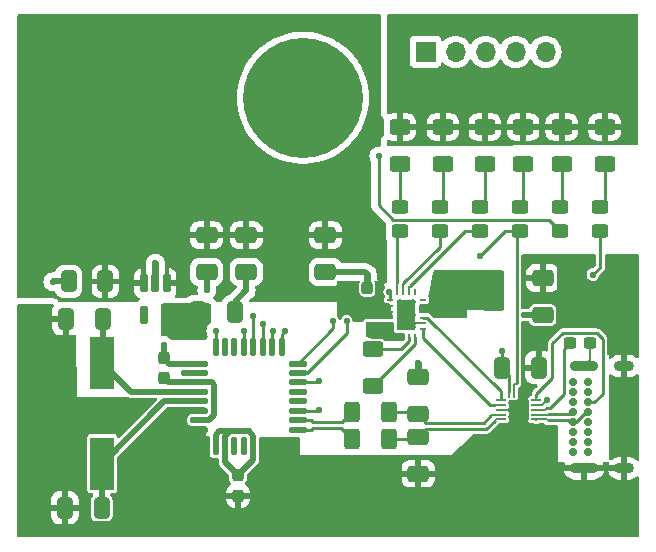
<source format=gbr>
%TF.GenerationSoftware,KiCad,Pcbnew,8.0.4*%
%TF.CreationDate,2024-11-18T17:08:07-08:00*%
%TF.ProjectId,USBC_UART_Dock_Prototype,55534243-5f55-4415-9254-5f446f636b5f,rev?*%
%TF.SameCoordinates,Original*%
%TF.FileFunction,Copper,L1,Top*%
%TF.FilePolarity,Positive*%
%FSLAX46Y46*%
G04 Gerber Fmt 4.6, Leading zero omitted, Abs format (unit mm)*
G04 Created by KiCad (PCBNEW 8.0.4) date 2024-11-18 17:08:07*
%MOMM*%
%LPD*%
G01*
G04 APERTURE LIST*
G04 Aperture macros list*
%AMRoundRect*
0 Rectangle with rounded corners*
0 $1 Rounding radius*
0 $2 $3 $4 $5 $6 $7 $8 $9 X,Y pos of 4 corners*
0 Add a 4 corners polygon primitive as box body*
4,1,4,$2,$3,$4,$5,$6,$7,$8,$9,$2,$3,0*
0 Add four circle primitives for the rounded corners*
1,1,$1+$1,$2,$3*
1,1,$1+$1,$4,$5*
1,1,$1+$1,$6,$7*
1,1,$1+$1,$8,$9*
0 Add four rect primitives between the rounded corners*
20,1,$1+$1,$2,$3,$4,$5,0*
20,1,$1+$1,$4,$5,$6,$7,0*
20,1,$1+$1,$6,$7,$8,$9,0*
20,1,$1+$1,$8,$9,$2,$3,0*%
G04 Aperture macros list end*
%TA.AperFunction,SMDPad,CuDef*%
%ADD10RoundRect,0.250000X-0.625000X0.400000X-0.625000X-0.400000X0.625000X-0.400000X0.625000X0.400000X0*%
%TD*%
%TA.AperFunction,SMDPad,CuDef*%
%ADD11RoundRect,0.162500X-0.162500X0.617500X-0.162500X-0.617500X0.162500X-0.617500X0.162500X0.617500X0*%
%TD*%
%TA.AperFunction,SMDPad,CuDef*%
%ADD12RoundRect,0.250000X-0.412500X-0.650000X0.412500X-0.650000X0.412500X0.650000X-0.412500X0.650000X0*%
%TD*%
%TA.AperFunction,SMDPad,CuDef*%
%ADD13RoundRect,0.250000X0.650000X-0.412500X0.650000X0.412500X-0.650000X0.412500X-0.650000X-0.412500X0*%
%TD*%
%TA.AperFunction,SMDPad,CuDef*%
%ADD14RoundRect,0.250000X-0.650000X0.412500X-0.650000X-0.412500X0.650000X-0.412500X0.650000X0.412500X0*%
%TD*%
%TA.AperFunction,ComponentPad*%
%ADD15C,10.160000*%
%TD*%
%TA.AperFunction,ComponentPad*%
%ADD16C,0.700000*%
%TD*%
%TA.AperFunction,ComponentPad*%
%ADD17O,2.400000X0.900000*%
%TD*%
%TA.AperFunction,ComponentPad*%
%ADD18O,1.700000X0.900000*%
%TD*%
%TA.AperFunction,SMDPad,CuDef*%
%ADD19RoundRect,0.250000X0.412500X0.650000X-0.412500X0.650000X-0.412500X-0.650000X0.412500X-0.650000X0*%
%TD*%
%TA.AperFunction,SMDPad,CuDef*%
%ADD20RoundRect,0.250000X0.450000X-0.325000X0.450000X0.325000X-0.450000X0.325000X-0.450000X-0.325000X0*%
%TD*%
%TA.AperFunction,SMDPad,CuDef*%
%ADD21RoundRect,0.237500X-0.237500X0.300000X-0.237500X-0.300000X0.237500X-0.300000X0.237500X0.300000X0*%
%TD*%
%TA.AperFunction,SMDPad,CuDef*%
%ADD22RoundRect,0.250000X-0.400000X-0.625000X0.400000X-0.625000X0.400000X0.625000X-0.400000X0.625000X0*%
%TD*%
%TA.AperFunction,SMDPad,CuDef*%
%ADD23RoundRect,0.125000X-0.625000X-0.125000X0.625000X-0.125000X0.625000X0.125000X-0.625000X0.125000X0*%
%TD*%
%TA.AperFunction,SMDPad,CuDef*%
%ADD24RoundRect,0.125000X-0.125000X-0.625000X0.125000X-0.625000X0.125000X0.625000X-0.125000X0.625000X0*%
%TD*%
%TA.AperFunction,SMDPad,CuDef*%
%ADD25RoundRect,0.237500X0.237500X-0.300000X0.237500X0.300000X-0.237500X0.300000X-0.237500X-0.300000X0*%
%TD*%
%TA.AperFunction,SMDPad,CuDef*%
%ADD26RoundRect,0.050000X0.362500X0.050000X-0.362500X0.050000X-0.362500X-0.050000X0.362500X-0.050000X0*%
%TD*%
%TA.AperFunction,SMDPad,CuDef*%
%ADD27RoundRect,0.050000X0.050000X0.362500X-0.050000X0.362500X-0.050000X-0.362500X0.050000X-0.362500X0*%
%TD*%
%TA.AperFunction,HeatsinkPad*%
%ADD28C,0.500000*%
%TD*%
%TA.AperFunction,HeatsinkPad*%
%ADD29R,1.700000X1.700000*%
%TD*%
%TA.AperFunction,SMDPad,CuDef*%
%ADD30R,2.000000X4.500000*%
%TD*%
%TA.AperFunction,ComponentPad*%
%ADD31O,1.700000X1.700000*%
%TD*%
%TA.AperFunction,ComponentPad*%
%ADD32R,1.700000X1.700000*%
%TD*%
%TA.AperFunction,SMDPad,CuDef*%
%ADD33RoundRect,0.237500X-0.300000X-0.237500X0.300000X-0.237500X0.300000X0.237500X-0.300000X0.237500X0*%
%TD*%
%TA.AperFunction,SMDPad,CuDef*%
%ADD34RoundRect,0.250000X0.625000X-0.400000X0.625000X0.400000X-0.625000X0.400000X-0.625000X-0.400000X0*%
%TD*%
%TA.AperFunction,SMDPad,CuDef*%
%ADD35O,0.599999X0.200000*%
%TD*%
%TA.AperFunction,SMDPad,CuDef*%
%ADD36O,0.200000X0.599999*%
%TD*%
%TA.AperFunction,SMDPad,CuDef*%
%ADD37R,1.599999X2.600000*%
%TD*%
%TA.AperFunction,ComponentPad*%
%ADD38C,0.499999*%
%TD*%
%TA.AperFunction,ViaPad*%
%ADD39C,0.558800*%
%TD*%
%TA.AperFunction,Conductor*%
%ADD40C,0.200000*%
%TD*%
%TA.AperFunction,Conductor*%
%ADD41C,0.266700*%
%TD*%
%TA.AperFunction,Conductor*%
%ADD42C,0.289451*%
%TD*%
%TA.AperFunction,Conductor*%
%ADD43C,0.288536*%
%TD*%
%TA.AperFunction,Conductor*%
%ADD44C,0.500000*%
%TD*%
%TA.AperFunction,Conductor*%
%ADD45C,0.254000*%
%TD*%
%TA.AperFunction,Conductor*%
%ADD46C,0.600000*%
%TD*%
G04 APERTURE END LIST*
D10*
%TO.P,R8,1*%
%TO.N,+3.3V*%
X161900000Y-69760000D03*
%TO.P,R8,2*%
%TO.N,Net-(D5-A)*%
X161900000Y-72860000D03*
%TD*%
D11*
%TO.P,U5,1,IN*%
%TO.N,+5V*%
X128450000Y-82987500D03*
%TO.P,U5,2,GND*%
%TO.N,GND*%
X127500000Y-82987500D03*
%TO.P,U5,3,EN*%
%TO.N,+5V*%
X126550000Y-82987500D03*
%TO.P,U5,4,NC*%
%TO.N,unconnected-(U5-NC-Pad4)*%
X126550000Y-85687500D03*
%TO.P,U5,5,OUT*%
%TO.N,+3.3V*%
X128450000Y-85687500D03*
%TD*%
D12*
%TO.P,C10,1*%
%TO.N,+3.3V*%
X156837500Y-90137500D03*
%TO.P,C10,2*%
%TO.N,GND*%
X159962500Y-90137500D03*
%TD*%
D13*
%TO.P,C8,1*%
%TO.N,/USB_D-*%
X149700000Y-94087500D03*
%TO.P,C8,2*%
%TO.N,GND*%
X149700000Y-90962500D03*
%TD*%
D14*
%TO.P,C4,1*%
%TO.N,+5V*%
X135200000Y-78912500D03*
%TO.P,C4,2*%
%TO.N,GND*%
X135200000Y-82037500D03*
%TD*%
D15*
%TO.P,J1,1,Pin_1*%
%TO.N,+5V*%
X122450000Y-67287500D03*
%TD*%
D16*
%TO.P,J4,A1,GND*%
%TO.N,GND*%
X162825000Y-97312500D03*
%TO.P,J4,A4,VBUS*%
%TO.N,+VUSB*%
X162825000Y-96462500D03*
%TO.P,J4,A5,CC1*%
%TO.N,/CONN_USB_CC1*%
X162825000Y-95612500D03*
%TO.P,J4,A6,D+*%
%TO.N,/CONN_USB_D+*%
X162825000Y-94762500D03*
%TO.P,J4,A7,D-*%
%TO.N,/CONN_USB_D-*%
X162825000Y-93912500D03*
%TO.P,J4,A8,SBU1*%
%TO.N,unconnected-(J4-SBU1-PadA8)*%
X162825000Y-93062500D03*
%TO.P,J4,A9,VBUS*%
%TO.N,+VUSB*%
X162825000Y-92212500D03*
%TO.P,J4,A12,GND*%
%TO.N,GND*%
X162825000Y-91362500D03*
%TO.P,J4,B1,GND*%
X164175000Y-91362500D03*
%TO.P,J4,B4,VBUS*%
%TO.N,+VUSB*%
X164175000Y-92212500D03*
%TO.P,J4,B5,CC2*%
%TO.N,/CONN_USB_CC2*%
X164175000Y-93062500D03*
%TO.P,J4,B6,D+*%
%TO.N,/CONN_USB_D+*%
X164175000Y-93912500D03*
%TO.P,J4,B7,D-*%
%TO.N,/CONN_USB_D-*%
X164175000Y-94762500D03*
%TO.P,J4,B8,SBU2*%
%TO.N,unconnected-(J4-SBU2-PadB8)*%
X164175000Y-95612500D03*
%TO.P,J4,B9,VBUS*%
%TO.N,+VUSB*%
X164175000Y-96462500D03*
%TO.P,J4,B12,GND*%
%TO.N,GND*%
X164175000Y-97312500D03*
D17*
%TO.P,J4,S1,SHIELD*%
X163805000Y-98662500D03*
D18*
X167185000Y-98662500D03*
D17*
X163805000Y-90012500D03*
D18*
X167185000Y-90012500D03*
%TD*%
D19*
%TO.P,C1,1*%
%TO.N,/XTIN*%
X123062500Y-86000000D03*
%TO.P,C1,2*%
%TO.N,GND*%
X119937500Y-86000000D03*
%TD*%
D14*
%TO.P,C9,1*%
%TO.N,/USB_D+*%
X149750000Y-95987500D03*
%TO.P,C9,2*%
%TO.N,GND*%
X149750000Y-99112500D03*
%TD*%
D10*
%TO.P,R7,1*%
%TO.N,+3.3V*%
X158650000Y-69760000D03*
%TO.P,R7,2*%
%TO.N,Net-(D4-A)*%
X158650000Y-72860000D03*
%TD*%
%TO.P,R5,1*%
%TO.N,+3.3V*%
X151850000Y-69760000D03*
%TO.P,R5,2*%
%TO.N,Net-(D2-A)*%
X151850000Y-72860000D03*
%TD*%
D15*
%TO.P,J2,1,Pin_1*%
%TO.N,GND*%
X140000000Y-67287500D03*
%TD*%
D10*
%TO.P,R4,1*%
%TO.N,+3.3V*%
X148200000Y-69760000D03*
%TO.P,R4,2*%
%TO.N,Net-(D1-A)*%
X148200000Y-72860000D03*
%TD*%
%TO.P,R6,1*%
%TO.N,+3.3V*%
X155400000Y-69760000D03*
%TO.P,R6,2*%
%TO.N,Net-(D3-A)*%
X155400000Y-72860000D03*
%TD*%
D20*
%TO.P,D1,1,K*%
%TO.N,/nLD_DET*%
X148200000Y-78560000D03*
%TO.P,D1,2,A*%
%TO.N,Net-(D1-A)*%
X148200000Y-76510000D03*
%TD*%
%TO.P,D5,1,K*%
%TO.N,/nUSB_ERROR*%
X161784000Y-78560000D03*
%TO.P,D5,2,A*%
%TO.N,Net-(D5-A)*%
X161784000Y-76510000D03*
%TD*%
D13*
%TO.P,C12,1*%
%TO.N,+VUSB*%
X160300000Y-85662500D03*
%TO.P,C12,2*%
%TO.N,GND*%
X160300000Y-82537500D03*
%TD*%
D19*
%TO.P,C16,1*%
%TO.N,+5V*%
X123275000Y-82837500D03*
%TO.P,C16,2*%
%TO.N,GND*%
X120150000Y-82837500D03*
%TD*%
D20*
%TO.P,D2,1,K*%
%TO.N,/nUFP*%
X151596000Y-78560000D03*
%TO.P,D2,2,A*%
%TO.N,Net-(D2-A)*%
X151596000Y-76510000D03*
%TD*%
D21*
%TO.P,C13,1*%
%TO.N,+3.3V*%
X134500000Y-99237500D03*
%TO.P,C13,2*%
%TO.N,GND*%
X134500000Y-100962500D03*
%TD*%
D12*
%TO.P,C17,1*%
%TO.N,+3.3V*%
X131137500Y-85400000D03*
%TO.P,C17,2*%
%TO.N,GND*%
X134262500Y-85400000D03*
%TD*%
D10*
%TO.P,R9,1*%
%TO.N,+3.3V*%
X165550000Y-69760000D03*
%TO.P,R9,2*%
%TO.N,Net-(D6-A)*%
X165550000Y-72860000D03*
%TD*%
D20*
%TO.P,D3,1,K*%
%TO.N,/nPOL*%
X154992000Y-78560000D03*
%TO.P,D3,2,A*%
%TO.N,Net-(D3-A)*%
X154992000Y-76510000D03*
%TD*%
D14*
%TO.P,C5,1*%
%TO.N,+5V*%
X131850000Y-78912500D03*
%TO.P,C5,2*%
%TO.N,GND*%
X131850000Y-82037500D03*
%TD*%
D22*
%TO.P,R3,1*%
%TO.N,/FT_USB_D-*%
X144150000Y-93850000D03*
%TO.P,R3,2*%
%TO.N,/USB_D-*%
X147250000Y-93850000D03*
%TD*%
D23*
%TO.P,U1,1,GND_1*%
%TO.N,GND*%
X131225000Y-89787500D03*
%TO.P,U1,2,VCC*%
%TO.N,+3.3V*%
X131225000Y-90587500D03*
%TO.P,U1,3,AVCC*%
%TO.N,+1.8 V*%
X131225000Y-91387500D03*
%TO.P,U1,4,XTIN*%
%TO.N,/XTIN*%
X131225000Y-92187500D03*
%TO.P,U1,5,XTOUT*%
%TO.N,/XTOUT*%
X131225000Y-92987500D03*
%TO.P,U1,6,GND_2*%
%TO.N,GND*%
X131225000Y-93787500D03*
%TO.P,U1,7,VREGOUT*%
%TO.N,+1.8 V*%
X131225000Y-94587500D03*
%TO.P,U1,8,TEST1*%
%TO.N,GND*%
X131225000Y-95387500D03*
D24*
%TO.P,U1,9,TEST2*%
%TO.N,+3.3V*%
X132600000Y-96762500D03*
%TO.P,U1,10,RESET#*%
X133400000Y-96762500D03*
%TO.P,U1,11,TEST0*%
%TO.N,unconnected-(U1-TEST0-Pad11)*%
X134200000Y-96762500D03*
%TO.P,U1,12,NC_1*%
%TO.N,unconnected-(U1-NC_1-Pad12)*%
X135000000Y-96762500D03*
%TO.P,U1,13,VCCIO_1*%
%TO.N,+3.3V*%
X135800000Y-96762500D03*
%TO.P,U1,14,GND_3*%
%TO.N,GND*%
X136600000Y-96762500D03*
%TO.P,U1,15,GND_4*%
X137400000Y-96762500D03*
%TO.P,U1,16,GND_5*%
X138200000Y-96762500D03*
D23*
%TO.P,U1,17,USBDP*%
%TO.N,/FT_USB_D+*%
X139575000Y-95387500D03*
%TO.P,U1,18,USBDM*%
%TO.N,/FT_USB_D-*%
X139575000Y-94587500D03*
%TO.P,U1,19,GND_6*%
%TO.N,GND*%
X139575000Y-93787500D03*
%TO.P,U1,20,NC_2*%
%TO.N,unconnected-(U1-NC_2-Pad20)*%
X139575000Y-92987500D03*
%TO.P,U1,21,NC_3*%
%TO.N,unconnected-(U1-NC_3-Pad21)*%
X139575000Y-92187500D03*
%TO.P,U1,22,VCCIO_2*%
%TO.N,+3.3V*%
X139575000Y-91387500D03*
%TO.P,U1,23,TXD*%
%TO.N,/UART_TX*%
X139575000Y-90587500D03*
%TO.P,U1,24,RXD*%
%TO.N,/UART_RX*%
X139575000Y-89787500D03*
D24*
%TO.P,U1,25,RTS#*%
%TO.N,/RTS*%
X138200000Y-88412500D03*
%TO.P,U1,26,CTS#*%
%TO.N,/CTS*%
X137400000Y-88412500D03*
%TO.P,U1,27,GND_7*%
%TO.N,GND*%
X136600000Y-88412500D03*
%TO.P,U1,28,VCCIO_3*%
%TO.N,+3.3V*%
X135800000Y-88412500D03*
%TO.P,U1,29,TX_ACTIVE*%
%TO.N,/TX_ACTIVE*%
X135000000Y-88412500D03*
%TO.P,U1,30,NC_4*%
%TO.N,unconnected-(U1-NC_4-Pad30)*%
X134200000Y-88412500D03*
%TO.P,U1,31,NC_5*%
%TO.N,unconnected-(U1-NC_5-Pad31)*%
X133400000Y-88412500D03*
%TO.P,U1,32,USB_ERROR#*%
%TO.N,/nUSB_ERROR*%
X132600000Y-88412500D03*
%TD*%
D25*
%TO.P,C7,1*%
%TO.N,+5V*%
X145450000Y-85100000D03*
%TO.P,C7,2*%
%TO.N,GND*%
X145450000Y-83375000D03*
%TD*%
D19*
%TO.P,C3,1*%
%TO.N,/XTOUT*%
X122962500Y-102000000D03*
%TO.P,C3,2*%
%TO.N,GND*%
X119837500Y-102000000D03*
%TD*%
D22*
%TO.P,R2,1*%
%TO.N,/FT_USB_D+*%
X144150000Y-96200000D03*
%TO.P,R2,2*%
%TO.N,/USB_D+*%
X147250000Y-96200000D03*
%TD*%
D26*
%TO.P,U3,1,C_SBU1*%
%TO.N,/CONN_USB_D+*%
X159712500Y-94500000D03*
%TO.P,U3,2,C_SBU2*%
%TO.N,/CONN_USB_D-*%
X159712500Y-94100000D03*
%TO.P,U3,3,VBIAS*%
%TO.N,Net-(U3-VBIAS)*%
X159712500Y-93700000D03*
%TO.P,U3,4,C_CC1*%
%TO.N,/CONN_USB_CC1*%
X159712500Y-93300000D03*
%TO.P,U3,5,C_CC2*%
%TO.N,/CONN_USB_CC2*%
X159712500Y-92900000D03*
D27*
%TO.P,U3,6,RPD_G2*%
%TO.N,GND*%
X159050000Y-92237500D03*
%TO.P,U3,7,RPD_G1*%
X158650000Y-92237500D03*
%TO.P,U3,8,GND*%
X158250000Y-92237500D03*
%TO.P,U3,9,~{FLT}*%
%TO.N,/nPWR_FLT*%
X157850000Y-92237500D03*
%TO.P,U3,10,VPWR*%
%TO.N,+3.3V*%
X157450000Y-92237500D03*
D26*
%TO.P,U3,11,CC2*%
%TO.N,/USB_CC1*%
X156787500Y-92900000D03*
%TO.P,U3,12,CC1*%
%TO.N,/USB_CC2*%
X156787500Y-93300000D03*
%TO.P,U3,13,GND*%
%TO.N,GND*%
X156787500Y-93700000D03*
%TO.P,U3,14,SBU2*%
%TO.N,/USB_D-*%
X156787500Y-94100000D03*
%TO.P,U3,15,SBU1*%
%TO.N,/USB_D+*%
X156787500Y-94500000D03*
D27*
%TO.P,U3,16,GND*%
%TO.N,GND*%
X157450000Y-95162500D03*
%TO.P,U3,17,GND*%
X157850000Y-95162500D03*
%TO.P,U3,18,GND*%
X158250000Y-95162500D03*
%TO.P,U3,19,D2*%
X158650000Y-95162500D03*
%TO.P,U3,20,D1*%
X159050000Y-95162500D03*
D28*
%TO.P,U3,21,GND*%
X158850000Y-94300000D03*
X158850000Y-93100000D03*
D29*
X158250000Y-93700000D03*
D28*
X157650000Y-94300000D03*
X157650000Y-93100000D03*
%TD*%
D30*
%TO.P,Y1,1,1*%
%TO.N,/XTIN*%
X123000000Y-89750000D03*
%TO.P,Y1,2,2*%
%TO.N,/XTOUT*%
X123000000Y-98250000D03*
%TD*%
D31*
%TO.P,J3,5,Pin_5*%
%TO.N,GND*%
X160540000Y-63387500D03*
%TO.P,J3,4,Pin_4*%
%TO.N,/UART_TX*%
X158000000Y-63387500D03*
%TO.P,J3,3,Pin_3*%
%TO.N,/UART_RX*%
X155460000Y-63387500D03*
%TO.P,J3,2,Pin_2*%
%TO.N,/RTS*%
X152920000Y-63387500D03*
D32*
%TO.P,J3,1,Pin_1*%
%TO.N,/CTS*%
X150380000Y-63387500D03*
%TD*%
D33*
%TO.P,C11,1*%
%TO.N,Net-(U3-VBIAS)*%
X162587500Y-88037500D03*
%TO.P,C11,2*%
%TO.N,GND*%
X164312500Y-88037500D03*
%TD*%
D20*
%TO.P,D6,1,K*%
%TO.N,/TX_ACTIVE*%
X165180000Y-78560000D03*
%TO.P,D6,2,A*%
%TO.N,Net-(D6-A)*%
X165180000Y-76510000D03*
%TD*%
D14*
%TO.P,C2,1*%
%TO.N,+5V*%
X141900000Y-78912500D03*
%TO.P,C2,2*%
%TO.N,GND*%
X141900000Y-82037500D03*
%TD*%
D34*
%TO.P,R1,1*%
%TO.N,Net-(U2-REF)*%
X145900000Y-91687500D03*
%TO.P,R1,2*%
%TO.N,Net-(U2-REF_RTN)*%
X145900000Y-88587500D03*
%TD*%
D25*
%TO.P,C6,1*%
%TO.N,+1.8 V*%
X128200000Y-91050000D03*
%TO.P,C6,2*%
%TO.N,GND*%
X128200000Y-89325000D03*
%TD*%
D35*
%TO.P,U2,1,FAULT_N*%
%TO.N,/nPWR_FLT*%
X147349999Y-84387501D03*
%TO.P,U2,2,IN1*%
%TO.N,+5V*%
X147349999Y-84887500D03*
%TO.P,U2,3,IN1*%
X147349999Y-85387501D03*
%TO.P,U2,4,IN2*%
X147349999Y-85887501D03*
%TO.P,U2,5,AUX*%
%TO.N,+3.3V*%
X147349999Y-86387502D03*
%TO.P,U2,6,EN*%
X147349999Y-86887501D03*
D36*
%TO.P,U2,7,CHG*%
X147999998Y-87537500D03*
%TO.P,U2,8,CHG_HI*%
X148499999Y-87537500D03*
%TO.P,U2,9,REF_RTN*%
%TO.N,Net-(U2-REF_RTN)*%
X148999999Y-87537500D03*
%TO.P,U2,10,REF*%
%TO.N,Net-(U2-REF)*%
X149500000Y-87537500D03*
D35*
%TO.P,U2,11,CC1*%
%TO.N,/USB_CC2*%
X150149999Y-86887501D03*
%TO.P,U2,12,GND*%
%TO.N,GND*%
X150149999Y-86387502D03*
%TO.P,U2,13,CC2*%
%TO.N,/USB_CC1*%
X150149999Y-85887501D03*
%TO.P,U2,14,OUT*%
%TO.N,+VUSB*%
X150149999Y-85387501D03*
%TO.P,U2,15,OUT*%
X150149999Y-84887500D03*
%TO.P,U2,16,DEBUG_N*%
%TO.N,unconnected-(U2-DEBUG_N-Pad16)*%
X150149999Y-84387501D03*
D36*
%TO.P,U2,17,AUDIO_N*%
%TO.N,unconnected-(U2-AUDIO_N-Pad17)*%
X149500000Y-83737502D03*
%TO.P,U2,18,POL_N*%
%TO.N,/nPOL*%
X148999999Y-83737502D03*
%TO.P,U2,19,UFP_N*%
%TO.N,/nUFP*%
X148499999Y-83737502D03*
%TO.P,U2,20,LD_DET_N*%
%TO.N,/nLD_DET*%
X147999998Y-83737502D03*
D37*
%TO.P,U2,21,PAD*%
%TO.N,GND*%
X148749999Y-85637501D03*
D38*
%TO.P,U2,V*%
X148200000Y-84587501D03*
X148200000Y-85637501D03*
X148200000Y-86687501D03*
X149299998Y-84587501D03*
X149299998Y-85637501D03*
X149299998Y-86687501D03*
%TD*%
D20*
%TO.P,D4,1,K*%
%TO.N,/nPWR_FLT*%
X158388000Y-78560000D03*
%TO.P,D4,2,A*%
%TO.N,Net-(D4-A)*%
X158388000Y-76510000D03*
%TD*%
D39*
%TO.N,/nPWR_FLT*%
X155000000Y-80700000D03*
X147300000Y-83700000D03*
%TO.N,GND*%
X141400000Y-93700000D03*
%TO.N,+3.3V*%
X141400000Y-91300000D03*
X135400000Y-95500000D03*
X133800000Y-95500000D03*
%TO.N,GND*%
X158113632Y-98350000D03*
X118800000Y-82850000D03*
X158940905Y-97200000D03*
X156459090Y-97200000D03*
X135200000Y-83600000D03*
X156459090Y-98350000D03*
X158113632Y-97200000D03*
X128200000Y-88237500D03*
X149700000Y-89737500D03*
X157286361Y-98350000D03*
X127500000Y-81287500D03*
X131850000Y-83600000D03*
X157286361Y-97200000D03*
X145450000Y-82237500D03*
X158940905Y-98350000D03*
X136600000Y-86400000D03*
%TO.N,+3.3V*%
X160839086Y-65700000D03*
X158028178Y-65700000D03*
X156850000Y-88700000D03*
X129750000Y-85100000D03*
X155217270Y-65700000D03*
X129750000Y-87000000D03*
X130700000Y-87000000D03*
X135800000Y-85800000D03*
X162244540Y-65700000D03*
X131500000Y-87000000D03*
X151000908Y-65700000D03*
X146450000Y-86600000D03*
X159433632Y-65700000D03*
X145750000Y-86600000D03*
X148190000Y-65700000D03*
X149595454Y-65700000D03*
X156622724Y-65700000D03*
X129750000Y-86000000D03*
X152406362Y-65700000D03*
X163650000Y-65700000D03*
X153811816Y-65700000D03*
X129900000Y-90600000D03*
%TO.N,/nUSB_ERROR*%
X146400000Y-72200000D03*
X132600000Y-87000000D03*
%TO.N,/TX_ACTIVE*%
X135000000Y-87000000D03*
X164550000Y-82250000D03*
%TO.N,/UART_TX*%
X143700000Y-86150000D03*
%TO.N,/RTS*%
X138500000Y-87000000D03*
%TO.N,/UART_RX*%
X142550000Y-86150000D03*
%TO.N,+VUSB*%
X152100000Y-82800000D03*
X153250000Y-82800000D03*
X154750000Y-83600000D03*
X153250000Y-83600000D03*
X152100000Y-83600000D03*
X152100000Y-85350000D03*
X155900000Y-82800000D03*
X154750000Y-82800000D03*
X152100000Y-84550000D03*
X153250000Y-85350000D03*
X155900000Y-83600000D03*
X153250000Y-84550000D03*
X158750000Y-85662500D03*
%TO.N,/CTS*%
X137500000Y-87000000D03*
%TO.N,/CONN_USB_CC1*%
X160658399Y-92882654D03*
%TD*%
D40*
%TO.N,/CONN_USB_CC1*%
X159712500Y-93300000D02*
X160241053Y-93300000D01*
X160241053Y-93300000D02*
X160483955Y-93057098D01*
X160483955Y-93057098D02*
X160483955Y-92911343D01*
%TO.N,/CONN_USB_D+*%
X159712500Y-94500000D02*
X160615913Y-94500000D01*
X160615913Y-94500000D02*
X160713763Y-94597850D01*
%TO.N,/CONN_USB_D-*%
X159712500Y-94100000D02*
X160690913Y-94100000D01*
X160690913Y-94100000D02*
X160713763Y-94077150D01*
D41*
%TO.N,/CONN_USB_D+*%
X162519579Y-94649850D02*
X162467579Y-94597850D01*
X162467579Y-94597850D02*
X160713763Y-94597850D01*
X162712350Y-94649850D02*
X162519579Y-94649850D01*
%TO.N,/CONN_USB_D-*%
X162712350Y-94025150D02*
X162519579Y-94025150D01*
X162519579Y-94025150D02*
X162467579Y-94077150D01*
X162467579Y-94077150D02*
X160713763Y-94077150D01*
D40*
%TO.N,/USB_D+*%
X156787500Y-94500000D02*
X156348667Y-94500000D01*
X156348667Y-94500000D02*
X156225631Y-94623036D01*
%TO.N,/USB_D-*%
X156787500Y-94100000D02*
X155980111Y-94100000D01*
X155980111Y-94100000D02*
X155841353Y-94238758D01*
D42*
%TO.N,/USB_D+*%
X149750000Y-95987500D02*
X150403274Y-95334226D01*
X155514441Y-95334226D02*
X156225631Y-94623036D01*
%TO.N,/USB_D-*%
X150403274Y-94790774D02*
X155289337Y-94790774D01*
%TO.N,/USB_D+*%
X150403274Y-95334226D02*
X155514441Y-95334226D01*
%TO.N,/USB_D-*%
X149700000Y-94087500D02*
X150403274Y-94790774D01*
X155289337Y-94790774D02*
X155841353Y-94238758D01*
%TO.N,/USB_D+*%
X147250000Y-96200000D02*
X149537500Y-96200000D01*
X149537500Y-96200000D02*
X149750000Y-95987500D01*
%TO.N,/USB_D-*%
X147250000Y-93850000D02*
X149462500Y-93850000D01*
X149462500Y-93850000D02*
X149700000Y-94087500D01*
D43*
%TO.N,/FT_USB_D+*%
X139575000Y-95387500D02*
X140700001Y-95387500D01*
X143208768Y-95258768D02*
X144150000Y-96200000D01*
X140700001Y-95387500D02*
X140828733Y-95258768D01*
X140828733Y-95258768D02*
X143208768Y-95258768D01*
%TO.N,/FT_USB_D-*%
X139575000Y-94587500D02*
X140700001Y-94587500D01*
X140700001Y-94587500D02*
X140828733Y-94716232D01*
X140828733Y-94716232D02*
X143283768Y-94716232D01*
X143283768Y-94716232D02*
X144150000Y-93850000D01*
D41*
%TO.N,/CONN_USB_D+*%
X162825000Y-94762500D02*
X163132229Y-94762500D01*
X163132229Y-94762500D02*
X163982229Y-93912500D01*
X163982229Y-93912500D02*
X164175000Y-93912500D01*
D44*
%TO.N,+3.3V*%
X132900000Y-95500000D02*
X132600000Y-95800000D01*
X133800000Y-95500000D02*
X132900000Y-95500000D01*
X132600000Y-95800000D02*
X132600000Y-96762500D01*
%TO.N,+1.8 V*%
X131225000Y-94587500D02*
X132068004Y-94587500D01*
X132068004Y-94587500D02*
X132479000Y-94176504D01*
X132479000Y-94176504D02*
X132479000Y-91579000D01*
X132479000Y-91579000D02*
X132287500Y-91387500D01*
X132287500Y-91387500D02*
X131225000Y-91387500D01*
X131225000Y-91387500D02*
X128537500Y-91387500D01*
X128537500Y-91387500D02*
X128200000Y-91050000D01*
D40*
%TO.N,GND*%
X164312500Y-88037500D02*
X164312500Y-89505000D01*
X164312500Y-89505000D02*
X163805000Y-90012500D01*
X156787500Y-93700000D02*
X158250000Y-93700000D01*
%TO.N,/nPWR_FLT*%
X157850000Y-92237500D02*
X157850000Y-91614088D01*
X157850000Y-91614088D02*
X158020088Y-91444000D01*
D45*
X147349999Y-84387501D02*
X147349999Y-83749999D01*
X147349999Y-83749999D02*
X147300000Y-83700000D01*
X155000000Y-80700000D02*
X157140000Y-78560000D01*
X157140000Y-78560000D02*
X158388000Y-78560000D01*
X158089600Y-91444000D02*
X158020088Y-91444000D01*
X158089600Y-78858400D02*
X158089600Y-91444000D01*
X158388000Y-78560000D02*
X158089600Y-78858400D01*
D40*
%TO.N,GND*%
X150149999Y-86387502D02*
X149599997Y-86387502D01*
X149599997Y-86387502D02*
X149299998Y-86687501D01*
D45*
X139575000Y-93787500D02*
X141312500Y-93787500D01*
X141312500Y-93787500D02*
X141400000Y-93700000D01*
%TO.N,+3.3V*%
X139575000Y-91387500D02*
X141312500Y-91387500D01*
X141312500Y-91387500D02*
X141400000Y-91300000D01*
%TO.N,Net-(D5-A)*%
X161900000Y-72860000D02*
X161900000Y-76394000D01*
X161900000Y-76394000D02*
X161784000Y-76510000D01*
%TO.N,Net-(D6-A)*%
X165550000Y-72860000D02*
X165550000Y-76140000D01*
X165550000Y-76140000D02*
X165180000Y-76510000D01*
%TO.N,Net-(D4-A)*%
X158650000Y-72860000D02*
X158650000Y-76248000D01*
X158650000Y-76248000D02*
X158388000Y-76510000D01*
%TO.N,Net-(D3-A)*%
X155400000Y-72860000D02*
X155400000Y-76102000D01*
X155400000Y-76102000D02*
X154992000Y-76510000D01*
%TO.N,Net-(D2-A)*%
X151850000Y-72860000D02*
X151850000Y-76256000D01*
X151850000Y-76256000D02*
X151596000Y-76510000D01*
%TO.N,Net-(U2-REF)*%
X145900000Y-91687500D02*
X145948656Y-91687500D01*
X145948656Y-91687500D02*
X149507999Y-88128157D01*
X149507999Y-88128157D02*
X149507998Y-87537500D01*
%TO.N,Net-(U2-REF_RTN)*%
X145900000Y-88587500D02*
X148330236Y-88587500D01*
X148330236Y-88587500D02*
X148999999Y-87917737D01*
X148999999Y-87917737D02*
X148999999Y-87537500D01*
D44*
%TO.N,+3.3V*%
X133800000Y-95500000D02*
X135400000Y-95500000D01*
X135400000Y-95500000D02*
X135800000Y-95900000D01*
X135800000Y-95900000D02*
X135800000Y-96762500D01*
X133400000Y-95900000D02*
X133400000Y-96762500D01*
X133800000Y-95500000D02*
X133400000Y-95900000D01*
X134500000Y-99237500D02*
X135800000Y-97937500D01*
X135800000Y-97937500D02*
X135800000Y-96762500D01*
X134500000Y-99237500D02*
X133400000Y-98137500D01*
X133400000Y-98137500D02*
X133400000Y-96762500D01*
D45*
%TO.N,/CONN_USB_CC2*%
X164175000Y-93062500D02*
X164669974Y-93062500D01*
X164669974Y-93062500D02*
X165386000Y-92346474D01*
X165386000Y-92346474D02*
X165386000Y-87692228D01*
X161123547Y-90992506D02*
X159750000Y-92366053D01*
X165386000Y-87692228D02*
X164875272Y-87181500D01*
X164875272Y-87181500D02*
X162024728Y-87181500D01*
X161123547Y-88082681D02*
X161123547Y-90992506D01*
X162024728Y-87181500D02*
X161123547Y-88082681D01*
X159750000Y-92366053D02*
X159750000Y-92650000D01*
D40*
X159712500Y-92687500D02*
X159750000Y-92650000D01*
X159712500Y-92900000D02*
X159712500Y-92687500D01*
D45*
%TO.N,Net-(U3-VBIAS)*%
X162094000Y-88531000D02*
X162094000Y-92381000D01*
X162094000Y-92381000D02*
X160925000Y-93550000D01*
X160925000Y-93550000D02*
X160615101Y-93550000D01*
D40*
X160465101Y-93700000D02*
X160615101Y-93550000D01*
X159712500Y-93700000D02*
X160465101Y-93700000D01*
%TO.N,/CONN_USB_D+*%
X159712500Y-94500000D02*
X159759550Y-94547050D01*
D41*
%TO.N,/CONN_USB_D-*%
X162825000Y-93912500D02*
X162712350Y-94025150D01*
%TO.N,/CONN_USB_D+*%
X162825000Y-94762500D02*
X162712350Y-94649850D01*
D45*
%TO.N,+3.3V*%
X156837500Y-90137500D02*
X157423000Y-90723000D01*
X157423000Y-90723000D02*
X157423000Y-92210500D01*
X156850000Y-88700000D02*
X156850000Y-90125000D01*
X156850000Y-90125000D02*
X156837500Y-90137500D01*
D40*
%TO.N,/USB_CC2*%
X156787500Y-93300000D02*
X156240454Y-93300000D01*
D45*
X155800000Y-93300000D02*
X156240454Y-93300000D01*
X150149999Y-87649999D02*
X155800000Y-93300000D01*
X150149999Y-86887501D02*
X150149999Y-87649999D01*
%TO.N,/USB_CC1*%
X150149999Y-85887501D02*
X150530235Y-85887501D01*
X150530235Y-85887501D02*
X156787500Y-92144766D01*
X156787500Y-92144766D02*
X156787500Y-92819000D01*
%TO.N,/nPOL*%
X154992000Y-78560000D02*
X153740000Y-78560000D01*
X153740000Y-78560000D02*
X149100000Y-83200000D01*
D40*
X148999999Y-83300001D02*
X149100000Y-83200000D01*
X148999999Y-83737502D02*
X148999999Y-83300001D01*
D45*
%TO.N,/nUFP*%
X151596000Y-78560000D02*
X151596000Y-79912001D01*
X151596000Y-79912001D02*
X148508000Y-83000001D01*
%TO.N,/nLD_DET*%
X148200000Y-78560000D02*
X148000000Y-78760000D01*
X148000000Y-78760000D02*
X148000000Y-83000000D01*
D40*
%TO.N,/nUFP*%
X148499999Y-83300001D02*
X148499999Y-83000001D01*
%TO.N,/nLD_DET*%
X147999998Y-83000002D02*
X148000000Y-83000000D01*
X147999998Y-83737502D02*
X147999998Y-83000002D01*
%TO.N,/nUFP*%
X148499999Y-83737502D02*
X148499999Y-83300001D01*
D45*
%TO.N,/nLD_DET*%
X148200000Y-78560000D02*
X147900000Y-78860000D01*
X148200000Y-78560000D02*
X147999998Y-78760002D01*
%TO.N,/nUSB_ERROR*%
X161784000Y-78560000D02*
X160828000Y-77604000D01*
X146400000Y-76384296D02*
X146400000Y-72200000D01*
X160828000Y-77604000D02*
X147619704Y-77604000D01*
X147619704Y-77604000D02*
X146400000Y-76384296D01*
%TO.N,Net-(D1-A)*%
X148200000Y-76510000D02*
X148200000Y-72860000D01*
%TO.N,/TX_ACTIVE*%
X164550000Y-82250000D02*
X165180000Y-81620000D01*
X165180000Y-81620000D02*
X165180000Y-78560000D01*
%TO.N,/nUSB_ERROR*%
X132600000Y-88412500D02*
X132600000Y-87000000D01*
%TO.N,/UART_TX*%
X139575000Y-90587500D02*
X140324999Y-90587500D01*
X140324999Y-90587500D02*
X143700000Y-87212499D01*
X143700000Y-87212499D02*
X143700000Y-86150000D01*
%TO.N,/UART_RX*%
X139575000Y-89787500D02*
X142550000Y-86812500D01*
X142550000Y-86812500D02*
X142550000Y-86150000D01*
%TO.N,/RTS*%
X138200000Y-88412500D02*
X138200000Y-87300000D01*
X138200000Y-87300000D02*
X138500000Y-87000000D01*
%TO.N,/CTS*%
X137400000Y-88412500D02*
X137400000Y-87100000D01*
X137400000Y-87100000D02*
X137500000Y-87000000D01*
%TO.N,GND*%
X136600000Y-88412500D02*
X136600000Y-86400000D01*
%TO.N,/TX_ACTIVE*%
X135000000Y-88412500D02*
X135000000Y-87000000D01*
%TO.N,+3.3V*%
X135800000Y-88412500D02*
X135800000Y-85800000D01*
D44*
%TO.N,GND*%
X120150000Y-82837500D02*
X118812500Y-82837500D01*
X131850000Y-82037500D02*
X131850000Y-83600000D01*
D46*
X145450000Y-83375000D02*
X145450000Y-82237500D01*
X127500000Y-82987500D02*
X127500000Y-81287500D01*
D44*
X145250000Y-82037500D02*
X145450000Y-82237500D01*
X135200000Y-82037500D02*
X135200000Y-83600000D01*
X118812500Y-82837500D02*
X118800000Y-82850000D01*
X134262500Y-85400000D02*
X134262500Y-84537500D01*
X141900000Y-82037500D02*
X145250000Y-82037500D01*
X128200000Y-89325000D02*
X128200000Y-88237500D01*
X131225000Y-89787500D02*
X128662500Y-89787500D01*
X128662500Y-89787500D02*
X128200000Y-89325000D01*
D46*
X149700000Y-90962500D02*
X149700000Y-89737500D01*
D44*
X134262500Y-84537500D02*
X135200000Y-83600000D01*
%TO.N,+3.3V*%
X129912500Y-90587500D02*
X129900000Y-90600000D01*
X131225000Y-90587500D02*
X129912500Y-90587500D01*
%TO.N,/XTIN*%
X123062500Y-89687500D02*
X123000000Y-89750000D01*
X131225000Y-92187500D02*
X125437500Y-92187500D01*
X125437500Y-92187500D02*
X123000000Y-89750000D01*
X123062500Y-86000000D02*
X123062500Y-89687500D01*
%TO.N,/XTOUT*%
X122962500Y-98287500D02*
X123000000Y-98250000D01*
X122962500Y-102000000D02*
X122962500Y-98287500D01*
X123000000Y-98250000D02*
X123000000Y-97000000D01*
X128262500Y-92987500D02*
X123000000Y-98250000D01*
X131225000Y-92987500D02*
X128262500Y-92987500D01*
%TO.N,+VUSB*%
X158750000Y-85662500D02*
X160300000Y-85662500D01*
D45*
%TO.N,Net-(U3-VBIAS)*%
X162587500Y-88037500D02*
X162094000Y-88531000D01*
%TO.N,/CONN_USB_CC1*%
X160658399Y-92882654D02*
X160617346Y-92882654D01*
X160617346Y-92882654D02*
X160588657Y-92911343D01*
X160588657Y-92911343D02*
X160506000Y-92911343D01*
%TD*%
%TA.AperFunction,Conductor*%
%TO.N,GND*%
G36*
X161492620Y-81606959D02*
G01*
X161418345Y-81532684D01*
X161269124Y-81440643D01*
X161269119Y-81440641D01*
X161102697Y-81385494D01*
X161102690Y-81385493D01*
X160999986Y-81375000D01*
X160550000Y-81375000D01*
X160550000Y-83699999D01*
X160999972Y-83699999D01*
X160999986Y-83699998D01*
X161102697Y-83689505D01*
X161269119Y-83634358D01*
X161269124Y-83634356D01*
X161418345Y-83542315D01*
X161480129Y-83480530D01*
X161455257Y-87211446D01*
X160871859Y-87794845D01*
X160871858Y-87794845D01*
X160871859Y-87794846D01*
X160818269Y-87848435D01*
X160768046Y-87935426D01*
X160768046Y-87935427D01*
X160742047Y-88032456D01*
X160742047Y-88032458D01*
X160742047Y-88647303D01*
X160722362Y-88714342D01*
X160669558Y-88760097D01*
X160600400Y-88770041D01*
X160579043Y-88765009D01*
X160527697Y-88747994D01*
X160527690Y-88747993D01*
X160424986Y-88737500D01*
X160212500Y-88737500D01*
X160212500Y-90263500D01*
X160192815Y-90330539D01*
X160140011Y-90376294D01*
X160088500Y-90387500D01*
X158800001Y-90387500D01*
X158800001Y-90837486D01*
X158810494Y-90940197D01*
X158865641Y-91106619D01*
X158865643Y-91106624D01*
X158957684Y-91255845D01*
X159081654Y-91379815D01*
X159230875Y-91471856D01*
X159230880Y-91471858D01*
X159397302Y-91527005D01*
X159397309Y-91527006D01*
X159500019Y-91537499D01*
X159739666Y-91537499D01*
X159806706Y-91557183D01*
X159852461Y-91609987D01*
X159862405Y-91679146D01*
X159833380Y-91742701D01*
X159827349Y-91749180D01*
X159746990Y-91829540D01*
X159515753Y-92060777D01*
X159444725Y-92131804D01*
X159444723Y-92131807D01*
X159394499Y-92218798D01*
X159392930Y-92224654D01*
X159368500Y-92315828D01*
X159368500Y-92315830D01*
X159368500Y-92429353D01*
X159348815Y-92496392D01*
X159296011Y-92542147D01*
X159281346Y-92547451D01*
X159174934Y-92594437D01*
X159094437Y-92674934D01*
X159048454Y-92779075D01*
X159045500Y-92804536D01*
X159045500Y-92995463D01*
X159048454Y-93020922D01*
X159048455Y-93020927D01*
X159061255Y-93049918D01*
X159070324Y-93119196D01*
X159061255Y-93150082D01*
X159048455Y-93179072D01*
X159048454Y-93179077D01*
X159045500Y-93204536D01*
X159045500Y-93395463D01*
X159048454Y-93420922D01*
X159048455Y-93420927D01*
X159061255Y-93449918D01*
X159070324Y-93519196D01*
X159061255Y-93550082D01*
X159048455Y-93579072D01*
X159048454Y-93579077D01*
X159045500Y-93604536D01*
X159045500Y-93795463D01*
X159048454Y-93820922D01*
X159048455Y-93820927D01*
X159061255Y-93849918D01*
X159070324Y-93919196D01*
X159061255Y-93950082D01*
X159048455Y-93979072D01*
X159048454Y-93979077D01*
X159045500Y-94004536D01*
X159045500Y-94195463D01*
X159048454Y-94220922D01*
X159048455Y-94220927D01*
X159061255Y-94249918D01*
X159070324Y-94319196D01*
X159061255Y-94350082D01*
X159048455Y-94379072D01*
X159048454Y-94379077D01*
X159045500Y-94404540D01*
X159045500Y-94595460D01*
X159048454Y-94620923D01*
X159094437Y-94725065D01*
X159174935Y-94805563D01*
X159279077Y-94851546D01*
X159304540Y-94854500D01*
X159549845Y-94854500D01*
X159611845Y-94871113D01*
X159622719Y-94877391D01*
X159712879Y-94901550D01*
X159712882Y-94901550D01*
X159806219Y-94901550D01*
X159806221Y-94901550D01*
X159896382Y-94877391D01*
X159907256Y-94871113D01*
X159969256Y-94854500D01*
X160370548Y-94854500D01*
X160437587Y-94874185D01*
X160458229Y-94890819D01*
X160475617Y-94908207D01*
X160564058Y-94959269D01*
X160662702Y-94985700D01*
X160662704Y-94985700D01*
X161445730Y-94985700D01*
X161512769Y-95005385D01*
X161558524Y-95058189D01*
X161569729Y-95109957D01*
X161568599Y-95653683D01*
X161563513Y-98100000D01*
X161550000Y-98100000D01*
X161550000Y-104499500D01*
X130897602Y-104499500D01*
X130897195Y-104499499D01*
X115923593Y-104450405D01*
X115856619Y-104430501D01*
X115811037Y-104377547D01*
X115800000Y-104326406D01*
X115800000Y-102699986D01*
X118675001Y-102699986D01*
X118685494Y-102802697D01*
X118740641Y-102969119D01*
X118740643Y-102969124D01*
X118832684Y-103118345D01*
X118956654Y-103242315D01*
X119105875Y-103334356D01*
X119105880Y-103334358D01*
X119272302Y-103389505D01*
X119272309Y-103389506D01*
X119375019Y-103399999D01*
X119587499Y-103399999D01*
X120087500Y-103399999D01*
X120299972Y-103399999D01*
X120299986Y-103399998D01*
X120402697Y-103389505D01*
X120569119Y-103334358D01*
X120569124Y-103334356D01*
X120718345Y-103242315D01*
X120842315Y-103118345D01*
X120934356Y-102969124D01*
X120934358Y-102969119D01*
X120989505Y-102802697D01*
X120989506Y-102802690D01*
X120999999Y-102699986D01*
X121000000Y-102699973D01*
X121000000Y-102250000D01*
X120087500Y-102250000D01*
X120087500Y-103399999D01*
X119587499Y-103399999D01*
X119587500Y-103399998D01*
X119587500Y-102250000D01*
X118675001Y-102250000D01*
X118675001Y-102699986D01*
X115800000Y-102699986D01*
X115800000Y-101300013D01*
X118675000Y-101300013D01*
X118675000Y-101750000D01*
X119587500Y-101750000D01*
X120087500Y-101750000D01*
X120999999Y-101750000D01*
X120999999Y-101300028D01*
X120999998Y-101300013D01*
X120989505Y-101197302D01*
X120934358Y-101030880D01*
X120934356Y-101030875D01*
X120842315Y-100881654D01*
X120718345Y-100757684D01*
X120569124Y-100665643D01*
X120569119Y-100665641D01*
X120402697Y-100610494D01*
X120402690Y-100610493D01*
X120299986Y-100600000D01*
X120087500Y-100600000D01*
X120087500Y-101750000D01*
X119587500Y-101750000D01*
X119587500Y-100600000D01*
X119375029Y-100600000D01*
X119375012Y-100600001D01*
X119272302Y-100610494D01*
X119105880Y-100665641D01*
X119105875Y-100665643D01*
X118956654Y-100757684D01*
X118832684Y-100881654D01*
X118740643Y-101030875D01*
X118740641Y-101030880D01*
X118685494Y-101197302D01*
X118685493Y-101197309D01*
X118675000Y-101300013D01*
X115800000Y-101300013D01*
X115800000Y-86699986D01*
X118775001Y-86699986D01*
X118785494Y-86802697D01*
X118840641Y-86969119D01*
X118840643Y-86969124D01*
X118932684Y-87118345D01*
X119056654Y-87242315D01*
X119205875Y-87334356D01*
X119205880Y-87334358D01*
X119372302Y-87389505D01*
X119372309Y-87389506D01*
X119475019Y-87399999D01*
X119687499Y-87399999D01*
X119687500Y-87399998D01*
X119687500Y-86250000D01*
X118775001Y-86250000D01*
X118775001Y-86699986D01*
X115800000Y-86699986D01*
X115800000Y-84874000D01*
X115819685Y-84806961D01*
X115872489Y-84761206D01*
X115924000Y-84750000D01*
X118791715Y-84750000D01*
X118858754Y-84769685D01*
X118904509Y-84822489D01*
X118914453Y-84891647D01*
X118897253Y-84939097D01*
X118840646Y-85030869D01*
X118840641Y-85030880D01*
X118785494Y-85197302D01*
X118785493Y-85197309D01*
X118775000Y-85300013D01*
X118775000Y-85750000D01*
X120063500Y-85750000D01*
X120130539Y-85769685D01*
X120176294Y-85822489D01*
X120187500Y-85874000D01*
X120187500Y-87399999D01*
X120399972Y-87399999D01*
X120399986Y-87399998D01*
X120502695Y-87389506D01*
X120654234Y-87339290D01*
X120724063Y-87336888D01*
X120784105Y-87372619D01*
X120815298Y-87435140D01*
X120817236Y-87456206D01*
X120849999Y-92599999D01*
X120849999Y-92600000D01*
X120850000Y-92600000D01*
X125109745Y-92600000D01*
X125171744Y-92616612D01*
X125242771Y-92657620D01*
X125330969Y-92681252D01*
X125330971Y-92681253D01*
X125351025Y-92686626D01*
X125371081Y-92692000D01*
X125371082Y-92692000D01*
X125503919Y-92692000D01*
X127545167Y-92692000D01*
X127612206Y-92711685D01*
X127657961Y-92764489D01*
X127667905Y-92833647D01*
X127638880Y-92897203D01*
X127632848Y-92903681D01*
X124466180Y-96070348D01*
X124404857Y-96103833D01*
X124335165Y-96098849D01*
X124279232Y-96056977D01*
X124254815Y-95991513D01*
X124254499Y-95982667D01*
X124254499Y-95974936D01*
X124254499Y-95974934D01*
X124239734Y-95900699D01*
X124194887Y-95833581D01*
X124183484Y-95816515D01*
X124133019Y-95782796D01*
X124099301Y-95760266D01*
X124099299Y-95760265D01*
X124099296Y-95760264D01*
X124025069Y-95745500D01*
X121974936Y-95745500D01*
X121900698Y-95760266D01*
X121816515Y-95816515D01*
X121760266Y-95900699D01*
X121760264Y-95900703D01*
X121745500Y-95974928D01*
X121745500Y-100525063D01*
X121760266Y-100599301D01*
X121816515Y-100683484D01*
X121850234Y-100706014D01*
X121900699Y-100739734D01*
X121900702Y-100739734D01*
X121900703Y-100739735D01*
X121925666Y-100744700D01*
X121974933Y-100754500D01*
X122131088Y-100754499D01*
X122198126Y-100774183D01*
X122243881Y-100826987D01*
X122253825Y-100896145D01*
X122224800Y-100959701D01*
X122205399Y-100977765D01*
X122189595Y-100989595D01*
X122102660Y-101105730D01*
X122102658Y-101105733D01*
X122051960Y-101241658D01*
X122051959Y-101241662D01*
X122045500Y-101301728D01*
X122045500Y-102698251D01*
X122045501Y-102698257D01*
X122051960Y-102758344D01*
X122102655Y-102894261D01*
X122102656Y-102894264D01*
X122102658Y-102894267D01*
X122131747Y-102933126D01*
X122189595Y-103010404D01*
X122247443Y-103053707D01*
X122305733Y-103097342D01*
X122441658Y-103148040D01*
X122501745Y-103154500D01*
X123423254Y-103154499D01*
X123483342Y-103148040D01*
X123619267Y-103097342D01*
X123735404Y-103010404D01*
X123822342Y-102894267D01*
X123873040Y-102758342D01*
X123875800Y-102732664D01*
X123879499Y-102698271D01*
X123879499Y-102698264D01*
X123879500Y-102698255D01*
X123879499Y-101311654D01*
X133525001Y-101311654D01*
X133535319Y-101412652D01*
X133589546Y-101576300D01*
X133589551Y-101576311D01*
X133680052Y-101723034D01*
X133680055Y-101723038D01*
X133801961Y-101844944D01*
X133801965Y-101844947D01*
X133948688Y-101935448D01*
X133948699Y-101935453D01*
X134112347Y-101989680D01*
X134213352Y-101999999D01*
X134250000Y-101999999D01*
X134750000Y-101999999D01*
X134786640Y-101999999D01*
X134786654Y-101999998D01*
X134887652Y-101989680D01*
X135051300Y-101935453D01*
X135051311Y-101935448D01*
X135198034Y-101844947D01*
X135198038Y-101844944D01*
X135319944Y-101723038D01*
X135319947Y-101723034D01*
X135410448Y-101576311D01*
X135410453Y-101576300D01*
X135464680Y-101412652D01*
X135474999Y-101311654D01*
X135475000Y-101311641D01*
X135475000Y-101212500D01*
X134750000Y-101212500D01*
X134750000Y-101999999D01*
X134250000Y-101999999D01*
X134250000Y-101212500D01*
X133525001Y-101212500D01*
X133525001Y-101311654D01*
X123879499Y-101311654D01*
X123879499Y-101301746D01*
X123873040Y-101241658D01*
X123862165Y-101212500D01*
X123822344Y-101105738D01*
X123822343Y-101105737D01*
X123822342Y-101105733D01*
X123735404Y-100989596D01*
X123719601Y-100977766D01*
X123677731Y-100921833D01*
X123672746Y-100852142D01*
X123706230Y-100790818D01*
X123767553Y-100757333D01*
X123793912Y-100754499D01*
X124025064Y-100754499D01*
X124025066Y-100754499D01*
X124099301Y-100739734D01*
X124183484Y-100683484D01*
X124239734Y-100599301D01*
X124254500Y-100525067D01*
X124254499Y-97760331D01*
X124274184Y-97693293D01*
X124290813Y-97672656D01*
X128435152Y-93528319D01*
X128496475Y-93494834D01*
X128522833Y-93492000D01*
X131305853Y-93492000D01*
X131305861Y-93491999D01*
X131711124Y-93491999D01*
X131778163Y-93511684D01*
X131823918Y-93564488D01*
X131835109Y-93617906D01*
X131829832Y-93960907D01*
X131809119Y-94027636D01*
X131755617Y-94072573D01*
X131705847Y-94083000D01*
X130563988Y-94083000D01*
X130490217Y-94093748D01*
X130376429Y-94149375D01*
X130286875Y-94238929D01*
X130232537Y-94350082D01*
X130231248Y-94352718D01*
X130220500Y-94426487D01*
X130220500Y-94426490D01*
X130220500Y-94426491D01*
X130220500Y-94748511D01*
X130231248Y-94822282D01*
X130286875Y-94936070D01*
X130376429Y-95025624D01*
X130376430Y-95025624D01*
X130376432Y-95025626D01*
X130490218Y-95081252D01*
X130563987Y-95092000D01*
X131144138Y-95091999D01*
X131144148Y-95092000D01*
X131686509Y-95092000D01*
X131753548Y-95111685D01*
X131799303Y-95164489D01*
X131810494Y-95217908D01*
X131799999Y-95899999D01*
X131800000Y-95899999D01*
X131800000Y-95900000D01*
X131974008Y-95903515D01*
X132040632Y-95924549D01*
X132085312Y-95978266D01*
X132095500Y-96027489D01*
X132095500Y-97423511D01*
X132106248Y-97497282D01*
X132161875Y-97611070D01*
X132251429Y-97700624D01*
X132251430Y-97700624D01*
X132251432Y-97700626D01*
X132365218Y-97756252D01*
X132438987Y-97767000D01*
X132761012Y-97766999D01*
X132761017Y-97766999D01*
X132762535Y-97766889D01*
X132763043Y-97766999D01*
X132765499Y-97766999D01*
X132765499Y-97767530D01*
X132830822Y-97781675D01*
X132880275Y-97831033D01*
X132895500Y-97890564D01*
X132895500Y-98203919D01*
X132929881Y-98332230D01*
X132954191Y-98374337D01*
X132996299Y-98447270D01*
X132996301Y-98447272D01*
X133734181Y-99185152D01*
X133767666Y-99246475D01*
X133770500Y-99272833D01*
X133770500Y-99584552D01*
X133770501Y-99584562D01*
X133776800Y-99643159D01*
X133826239Y-99775709D01*
X133826244Y-99775718D01*
X133893120Y-99865054D01*
X133917537Y-99930518D01*
X133902685Y-99998791D01*
X133858952Y-100044901D01*
X133801965Y-100080052D01*
X133801961Y-100080055D01*
X133680055Y-100201961D01*
X133680052Y-100201965D01*
X133589551Y-100348688D01*
X133589546Y-100348699D01*
X133535319Y-100512347D01*
X133525000Y-100613345D01*
X133525000Y-100712500D01*
X135474999Y-100712500D01*
X135474999Y-100613360D01*
X135474998Y-100613345D01*
X135464680Y-100512347D01*
X135410453Y-100348699D01*
X135410448Y-100348688D01*
X135319947Y-100201965D01*
X135319944Y-100201961D01*
X135198038Y-100080055D01*
X135198034Y-100080052D01*
X135141049Y-100044903D01*
X135094324Y-99992955D01*
X135083103Y-99923993D01*
X135106879Y-99865055D01*
X135122548Y-99844124D01*
X135173758Y-99775715D01*
X135223200Y-99643157D01*
X135226685Y-99610734D01*
X135229499Y-99584573D01*
X135229499Y-99584562D01*
X135229500Y-99584557D01*
X135229500Y-99574986D01*
X148350001Y-99574986D01*
X148360494Y-99677697D01*
X148415641Y-99844119D01*
X148415643Y-99844124D01*
X148507684Y-99993345D01*
X148631654Y-100117315D01*
X148780875Y-100209356D01*
X148780880Y-100209358D01*
X148947302Y-100264505D01*
X148947309Y-100264506D01*
X149050019Y-100274999D01*
X149499999Y-100274999D01*
X150000000Y-100274999D01*
X150449972Y-100274999D01*
X150449986Y-100274998D01*
X150552697Y-100264505D01*
X150719119Y-100209358D01*
X150719124Y-100209356D01*
X150868345Y-100117315D01*
X150992315Y-99993345D01*
X151084356Y-99844124D01*
X151084358Y-99844119D01*
X151139505Y-99677697D01*
X151139506Y-99677690D01*
X151149999Y-99574986D01*
X151150000Y-99574973D01*
X151150000Y-99362500D01*
X150000000Y-99362500D01*
X150000000Y-100274999D01*
X149499999Y-100274999D01*
X149500000Y-100274998D01*
X149500000Y-99362500D01*
X148350001Y-99362500D01*
X148350001Y-99574986D01*
X135229500Y-99574986D01*
X135229499Y-99272831D01*
X135249183Y-99205793D01*
X135265813Y-99185156D01*
X135800957Y-98650013D01*
X148350000Y-98650013D01*
X148350000Y-98862500D01*
X149500000Y-98862500D01*
X150000000Y-98862500D01*
X151149999Y-98862500D01*
X151149999Y-98650028D01*
X151149998Y-98650013D01*
X151139505Y-98547302D01*
X151084358Y-98380880D01*
X151084356Y-98380875D01*
X150992315Y-98231654D01*
X150868345Y-98107684D01*
X150719124Y-98015643D01*
X150719119Y-98015641D01*
X150552697Y-97960494D01*
X150552690Y-97960493D01*
X150449986Y-97950000D01*
X150000000Y-97950000D01*
X150000000Y-98862500D01*
X149500000Y-98862500D01*
X149500000Y-97950000D01*
X149050028Y-97950000D01*
X149050012Y-97950001D01*
X148947302Y-97960494D01*
X148780880Y-98015641D01*
X148780875Y-98015643D01*
X148631654Y-98107684D01*
X148507684Y-98231654D01*
X148415643Y-98380875D01*
X148415641Y-98380880D01*
X148360494Y-98547302D01*
X148360493Y-98547309D01*
X148350000Y-98650013D01*
X135800957Y-98650013D01*
X136203701Y-98247270D01*
X136245808Y-98174337D01*
X136270119Y-98132230D01*
X136304500Y-98003919D01*
X136304500Y-96696081D01*
X136304500Y-96117530D01*
X136324185Y-96050491D01*
X136376989Y-96004736D01*
X136431002Y-95993555D01*
X136750000Y-96000000D01*
X139626000Y-96000000D01*
X139693039Y-96019685D01*
X139738794Y-96072489D01*
X139750000Y-96124000D01*
X139750000Y-97500000D01*
X152549999Y-97500000D01*
X152550000Y-97500000D01*
X154350000Y-95950000D01*
X154350000Y-95857451D01*
X154369685Y-95790412D01*
X154422489Y-95744657D01*
X154474000Y-95733451D01*
X155566997Y-95733451D01*
X155567000Y-95733451D01*
X155668537Y-95706245D01*
X155759571Y-95653686D01*
X156522438Y-94890819D01*
X156583761Y-94857334D01*
X156610119Y-94854500D01*
X157195458Y-94854500D01*
X157195460Y-94854500D01*
X157220923Y-94851546D01*
X157325065Y-94805563D01*
X157405563Y-94725065D01*
X157451546Y-94620923D01*
X157454500Y-94595460D01*
X157454500Y-94404540D01*
X157451546Y-94379077D01*
X157438745Y-94350087D01*
X157429673Y-94280811D01*
X157438744Y-94249914D01*
X157451546Y-94220923D01*
X157454500Y-94195460D01*
X157454500Y-94004540D01*
X157451546Y-93979077D01*
X157405563Y-93874935D01*
X157325065Y-93794437D01*
X157318309Y-93787681D01*
X157284824Y-93726358D01*
X157289808Y-93656666D01*
X157318309Y-93612319D01*
X157351556Y-93579072D01*
X157405563Y-93525065D01*
X157451546Y-93420923D01*
X157454500Y-93395460D01*
X157454500Y-93204540D01*
X157451546Y-93179077D01*
X157438745Y-93150087D01*
X157429673Y-93080811D01*
X157438744Y-93049914D01*
X157451546Y-93020923D01*
X157452636Y-93011522D01*
X157479913Y-92947199D01*
X157537636Y-92907832D01*
X157561520Y-92902636D01*
X157570923Y-92901546D01*
X157599912Y-92888745D01*
X157669189Y-92879673D01*
X157700085Y-92888744D01*
X157729077Y-92901546D01*
X157754540Y-92904500D01*
X157754542Y-92904500D01*
X157945458Y-92904500D01*
X157945460Y-92904500D01*
X157970923Y-92901546D01*
X158075065Y-92855563D01*
X158155563Y-92775065D01*
X158201546Y-92670923D01*
X158204500Y-92645460D01*
X158204500Y-91889772D01*
X158224185Y-91822733D01*
X158266499Y-91782385D01*
X158323847Y-91749276D01*
X158394876Y-91678247D01*
X158445101Y-91591254D01*
X158471100Y-91494225D01*
X158471100Y-89437513D01*
X158800000Y-89437513D01*
X158800000Y-89887500D01*
X159712500Y-89887500D01*
X159712500Y-88737500D01*
X159500029Y-88737500D01*
X159500012Y-88737501D01*
X159397302Y-88747994D01*
X159230880Y-88803141D01*
X159230875Y-88803143D01*
X159081654Y-88895184D01*
X158957684Y-89019154D01*
X158865643Y-89168375D01*
X158865641Y-89168380D01*
X158810494Y-89334802D01*
X158810493Y-89334809D01*
X158800000Y-89437513D01*
X158471100Y-89437513D01*
X158471100Y-86305683D01*
X158490785Y-86238644D01*
X158543589Y-86192889D01*
X158611281Y-86182744D01*
X158750000Y-86201007D01*
X158750001Y-86201007D01*
X158815658Y-86192363D01*
X158889376Y-86182658D01*
X158904391Y-86176438D01*
X158951842Y-86167000D01*
X159059771Y-86167000D01*
X159126810Y-86186685D01*
X159172565Y-86239489D01*
X159175941Y-86247639D01*
X159202658Y-86319267D01*
X159216545Y-86337818D01*
X159289595Y-86435404D01*
X159324447Y-86461493D01*
X159405733Y-86522342D01*
X159541658Y-86573040D01*
X159601745Y-86579500D01*
X160998254Y-86579499D01*
X161058342Y-86573040D01*
X161194267Y-86522342D01*
X161310404Y-86435404D01*
X161397342Y-86319267D01*
X161448040Y-86183342D01*
X161453247Y-86134911D01*
X161454499Y-86123271D01*
X161454499Y-86123264D01*
X161454500Y-86123255D01*
X161454499Y-85201746D01*
X161448040Y-85141658D01*
X161409072Y-85037181D01*
X161397344Y-85005738D01*
X161397343Y-85005737D01*
X161397342Y-85005733D01*
X161343772Y-84934171D01*
X161310404Y-84889595D01*
X161200015Y-84806961D01*
X161194267Y-84802658D01*
X161058342Y-84751960D01*
X161058338Y-84751959D01*
X160998262Y-84745500D01*
X159601748Y-84745500D01*
X159601742Y-84745501D01*
X159541655Y-84751960D01*
X159405738Y-84802655D01*
X159405730Y-84802660D01*
X159289595Y-84889595D01*
X159202660Y-85005730D01*
X159202658Y-85005733D01*
X159175950Y-85077336D01*
X159134081Y-85133267D01*
X159068617Y-85157684D01*
X159059771Y-85158000D01*
X158951842Y-85158000D01*
X158904391Y-85148561D01*
X158889376Y-85142342D01*
X158889374Y-85142341D01*
X158750001Y-85123993D01*
X158749999Y-85123993D01*
X158611285Y-85142255D01*
X158542250Y-85131489D01*
X158489994Y-85085109D01*
X158471100Y-85019316D01*
X158471100Y-82999986D01*
X158900001Y-82999986D01*
X158910494Y-83102697D01*
X158965641Y-83269119D01*
X158965643Y-83269124D01*
X159057684Y-83418345D01*
X159181654Y-83542315D01*
X159330875Y-83634356D01*
X159330880Y-83634358D01*
X159497302Y-83689505D01*
X159497309Y-83689506D01*
X159600019Y-83699999D01*
X160049999Y-83699999D01*
X160050000Y-83699998D01*
X160050000Y-82787500D01*
X158900001Y-82787500D01*
X158900001Y-82999986D01*
X158471100Y-82999986D01*
X158471100Y-82075013D01*
X158900000Y-82075013D01*
X158900000Y-82287500D01*
X160050000Y-82287500D01*
X160050000Y-81375000D01*
X159600028Y-81375000D01*
X159600012Y-81375001D01*
X159497302Y-81385494D01*
X159330880Y-81440641D01*
X159330875Y-81440643D01*
X159181654Y-81532684D01*
X159057684Y-81656654D01*
X158965643Y-81805875D01*
X158965641Y-81805880D01*
X158910494Y-81972302D01*
X158910493Y-81972309D01*
X158900000Y-82075013D01*
X158471100Y-82075013D01*
X158471100Y-80674000D01*
X158490785Y-80606961D01*
X158543589Y-80561206D01*
X158595100Y-80550000D01*
X161499666Y-80550000D01*
X161499667Y-80550000D01*
X161492620Y-81606959D01*
G37*
%TD.AperFunction*%
%TD*%
%TA.AperFunction,Conductor*%
%TO.N,+3.3V*%
G36*
X132143039Y-84719685D02*
G01*
X132188794Y-84772489D01*
X132200000Y-84824000D01*
X132200000Y-86261724D01*
X132180315Y-86328763D01*
X132141973Y-86366717D01*
X132110665Y-86386389D01*
X132110662Y-86386391D01*
X131986391Y-86510662D01*
X131892887Y-86659474D01*
X131892886Y-86659476D01*
X131834841Y-86825360D01*
X131834840Y-86825366D01*
X131815165Y-86999996D01*
X131815165Y-87000003D01*
X131834840Y-87174633D01*
X131834841Y-87174638D01*
X131834841Y-87174640D01*
X131834842Y-87174642D01*
X131892888Y-87340527D01*
X131914354Y-87374690D01*
X131933353Y-87441927D01*
X131916092Y-87503780D01*
X131896384Y-87537104D01*
X131896380Y-87537114D01*
X131860506Y-87660595D01*
X131822900Y-87719481D01*
X131759428Y-87748687D01*
X131741430Y-87750000D01*
X128866809Y-87750000D01*
X128799770Y-87730315D01*
X128779128Y-87713682D01*
X128754319Y-87688873D01*
X128689337Y-87623891D01*
X128540527Y-87530388D01*
X128540526Y-87530387D01*
X128540525Y-87530387D01*
X128540523Y-87530386D01*
X128374639Y-87472341D01*
X128374633Y-87472340D01*
X128200004Y-87452665D01*
X128199996Y-87452665D01*
X128137883Y-87459663D01*
X128069061Y-87447608D01*
X128017682Y-87400259D01*
X128000000Y-87336443D01*
X128000000Y-84824000D01*
X128019685Y-84756961D01*
X128072489Y-84711206D01*
X128124000Y-84700000D01*
X132076000Y-84700000D01*
X132143039Y-84719685D01*
G37*
%TD.AperFunction*%
%TD*%
%TA.AperFunction,Conductor*%
%TO.N,+VUSB*%
G36*
X153850000Y-85249999D02*
G01*
X153850000Y-85826000D01*
X153830315Y-85893039D01*
X153777511Y-85938794D01*
X153726000Y-85950000D01*
X151650000Y-85950000D01*
X151183619Y-85950000D01*
X151116580Y-85930315D01*
X151095938Y-85913681D01*
X150764485Y-85582227D01*
X150764480Y-85582224D01*
X150761651Y-85580589D01*
X150761651Y-85580590D01*
X150677489Y-85532000D01*
X150677490Y-85532000D01*
X150653231Y-85525500D01*
X150580460Y-85506001D01*
X150099774Y-85506001D01*
X150014776Y-85528776D01*
X149982683Y-85533001D01*
X149928498Y-85533001D01*
X149861459Y-85513316D01*
X149815704Y-85460512D01*
X149804498Y-85409001D01*
X149804498Y-84866001D01*
X149824183Y-84798962D01*
X149876987Y-84753207D01*
X149928498Y-84742001D01*
X150396667Y-84742001D01*
X150396669Y-84742001D01*
X150486830Y-84717842D01*
X150567666Y-84671172D01*
X150633669Y-84605169D01*
X150680339Y-84524333D01*
X150704498Y-84434172D01*
X150704498Y-84340830D01*
X150680339Y-84250669D01*
X150633669Y-84169833D01*
X150613029Y-84149193D01*
X150579544Y-84087870D01*
X150584528Y-84018178D01*
X150620838Y-83966663D01*
X150699999Y-83900001D01*
X150699999Y-83900000D01*
X150700000Y-83900000D01*
X151032041Y-82002625D01*
X151062987Y-81939982D01*
X151122888Y-81904015D01*
X151154185Y-81900000D01*
X153850000Y-81900000D01*
X153850000Y-85249999D01*
G37*
%TD.AperFunction*%
%TD*%
%TA.AperFunction,Conductor*%
%TO.N,GND*%
G36*
X162141182Y-98119685D02*
G01*
X162186937Y-98172489D01*
X162196881Y-98241647D01*
X162188704Y-98271452D01*
X162141508Y-98385392D01*
X162141506Y-98385399D01*
X162136115Y-98412499D01*
X162136116Y-98412500D01*
X162888012Y-98412500D01*
X162870795Y-98422440D01*
X162814940Y-98478295D01*
X162775444Y-98546704D01*
X162755000Y-98623004D01*
X162755000Y-98701996D01*
X162775444Y-98778296D01*
X162814940Y-98846705D01*
X162870795Y-98902560D01*
X162888012Y-98912500D01*
X162136116Y-98912500D01*
X162141506Y-98939600D01*
X162141507Y-98939603D01*
X162213119Y-99112491D01*
X162213124Y-99112500D01*
X162317086Y-99268089D01*
X162317089Y-99268093D01*
X162449406Y-99400410D01*
X162449410Y-99400413D01*
X162604999Y-99504375D01*
X162605008Y-99504380D01*
X162777894Y-99575991D01*
X162777902Y-99575993D01*
X162961428Y-99612499D01*
X162961431Y-99612500D01*
X163555000Y-99612500D01*
X163555000Y-98962500D01*
X164055000Y-98962500D01*
X164055000Y-99612500D01*
X164648569Y-99612500D01*
X164648571Y-99612499D01*
X164832097Y-99575993D01*
X164832105Y-99575991D01*
X165004991Y-99504380D01*
X165005000Y-99504375D01*
X165160589Y-99400413D01*
X165160593Y-99400410D01*
X165292910Y-99268093D01*
X165292913Y-99268089D01*
X165396875Y-99112500D01*
X165396880Y-99112491D01*
X165468492Y-98939603D01*
X165468493Y-98939600D01*
X165473884Y-98912500D01*
X164721988Y-98912500D01*
X164739205Y-98902560D01*
X164795060Y-98846705D01*
X164834556Y-98778296D01*
X164855000Y-98701996D01*
X164855000Y-98623004D01*
X164834556Y-98546704D01*
X164795060Y-98478295D01*
X164739205Y-98422440D01*
X164721988Y-98412500D01*
X165473884Y-98412500D01*
X165473884Y-98412499D01*
X165468493Y-98385399D01*
X165468491Y-98385392D01*
X165421296Y-98271452D01*
X165413827Y-98201983D01*
X165445102Y-98139504D01*
X165505191Y-98103852D01*
X165535857Y-98100000D01*
X165804143Y-98100000D01*
X165871182Y-98119685D01*
X165916937Y-98172489D01*
X165926881Y-98241647D01*
X165918704Y-98271452D01*
X165871508Y-98385392D01*
X165871506Y-98385399D01*
X165866115Y-98412499D01*
X165866116Y-98412500D01*
X166618012Y-98412500D01*
X166600795Y-98422440D01*
X166544940Y-98478295D01*
X166505444Y-98546704D01*
X166485000Y-98623004D01*
X166485000Y-98701996D01*
X166505444Y-98778296D01*
X166544940Y-98846705D01*
X166600795Y-98902560D01*
X166618012Y-98912500D01*
X165866116Y-98912500D01*
X165871506Y-98939600D01*
X165871507Y-98939603D01*
X165943119Y-99112491D01*
X165943124Y-99112500D01*
X166047086Y-99268089D01*
X166047089Y-99268093D01*
X166179406Y-99400410D01*
X166179410Y-99400413D01*
X166334999Y-99504375D01*
X166335008Y-99504380D01*
X166507894Y-99575991D01*
X166507902Y-99575993D01*
X166691428Y-99612499D01*
X166691431Y-99612500D01*
X166935000Y-99612500D01*
X166935000Y-98962500D01*
X167435000Y-98962500D01*
X167435000Y-99612500D01*
X167678569Y-99612500D01*
X167678571Y-99612499D01*
X167862097Y-99575993D01*
X167862105Y-99575991D01*
X168034991Y-99504380D01*
X168035000Y-99504375D01*
X168190589Y-99400413D01*
X168190593Y-99400410D01*
X168238319Y-99352685D01*
X168299642Y-99319200D01*
X168369334Y-99324184D01*
X168425267Y-99366056D01*
X168449684Y-99431520D01*
X168450000Y-99440366D01*
X168450000Y-104375500D01*
X168430315Y-104442539D01*
X168377511Y-104488294D01*
X168326000Y-104499500D01*
X161550000Y-104499500D01*
X161550000Y-98100000D01*
X161563513Y-98100000D01*
X162074143Y-98100000D01*
X162141182Y-98119685D01*
G37*
%TD.AperFunction*%
%TA.AperFunction,Conductor*%
G36*
X167435000Y-90962500D02*
G01*
X167678569Y-90962500D01*
X167678571Y-90962499D01*
X167862097Y-90925993D01*
X167862105Y-90925991D01*
X168034991Y-90854380D01*
X168035000Y-90854375D01*
X168190589Y-90750413D01*
X168190593Y-90750410D01*
X168238319Y-90702685D01*
X168299642Y-90669200D01*
X168369334Y-90674184D01*
X168425267Y-90716056D01*
X168449684Y-90781520D01*
X168450000Y-90790366D01*
X168450000Y-97884634D01*
X168430315Y-97951673D01*
X168377511Y-97997428D01*
X168308353Y-98007372D01*
X168244797Y-97978347D01*
X168238319Y-97972315D01*
X168190593Y-97924589D01*
X168190589Y-97924586D01*
X168035000Y-97820624D01*
X168034991Y-97820619D01*
X167862105Y-97749008D01*
X167862097Y-97749006D01*
X167678570Y-97712500D01*
X167435000Y-97712500D01*
X167435000Y-98362500D01*
X166935000Y-98362500D01*
X166935000Y-97712500D01*
X166691430Y-97712500D01*
X166507902Y-97749006D01*
X166507894Y-97749008D01*
X166335008Y-97820619D01*
X166334999Y-97820624D01*
X166179410Y-97924586D01*
X166179405Y-97924590D01*
X166160325Y-97943670D01*
X166099002Y-97977154D01*
X166029310Y-97972168D01*
X165973377Y-97930295D01*
X165948962Y-97864830D01*
X165948648Y-97856676D01*
X165910144Y-90925991D01*
X165909335Y-90780386D01*
X165928647Y-90713240D01*
X165981196Y-90667193D01*
X166050298Y-90656865D01*
X166114014Y-90685536D01*
X166121014Y-90692018D01*
X166179406Y-90750410D01*
X166179410Y-90750413D01*
X166334999Y-90854375D01*
X166335008Y-90854380D01*
X166507894Y-90925991D01*
X166507902Y-90925993D01*
X166691428Y-90962499D01*
X166691431Y-90962500D01*
X166935000Y-90962500D01*
X166935000Y-90312500D01*
X167435000Y-90312500D01*
X167435000Y-90962500D01*
G37*
%TD.AperFunction*%
%TA.AperFunction,Conductor*%
G36*
X164675393Y-80522844D02*
G01*
X164742288Y-80543011D01*
X164787662Y-80596142D01*
X164798500Y-80646841D01*
X164798500Y-81410614D01*
X164778815Y-81477653D01*
X164762181Y-81498295D01*
X164578593Y-81681882D01*
X164517270Y-81715367D01*
X164507099Y-81717140D01*
X164410622Y-81729842D01*
X164280751Y-81783636D01*
X164280750Y-81783637D01*
X164280747Y-81783638D01*
X164280747Y-81783639D01*
X164169218Y-81869218D01*
X164118368Y-81935488D01*
X164083637Y-81980750D01*
X164083636Y-81980751D01*
X164029843Y-82110620D01*
X164029841Y-82110625D01*
X164011493Y-82249998D01*
X164011493Y-82250001D01*
X164029841Y-82389374D01*
X164029843Y-82389379D01*
X164083637Y-82519252D01*
X164083639Y-82519255D01*
X164169217Y-82630781D01*
X164169218Y-82630782D01*
X164280744Y-82716360D01*
X164280747Y-82716362D01*
X164362644Y-82750284D01*
X164410624Y-82770158D01*
X164480312Y-82779332D01*
X164549999Y-82788507D01*
X164550000Y-82788507D01*
X164550001Y-82788507D01*
X164596458Y-82782390D01*
X164689376Y-82770158D01*
X164819254Y-82716361D01*
X164930782Y-82630782D01*
X165016361Y-82519254D01*
X165070158Y-82389376D01*
X165082859Y-82292897D01*
X165111124Y-82229004D01*
X165118094Y-82221427D01*
X165404037Y-81935483D01*
X165404042Y-81935480D01*
X165414245Y-81925276D01*
X165414247Y-81925276D01*
X165485276Y-81854247D01*
X165535501Y-81767254D01*
X165535502Y-81767253D01*
X165561501Y-81670225D01*
X165561501Y-81569775D01*
X165561501Y-81562180D01*
X165561500Y-81562162D01*
X165561500Y-80654114D01*
X165581185Y-80587075D01*
X165633989Y-80541320D01*
X165686387Y-80530117D01*
X168326893Y-80549114D01*
X168393788Y-80569281D01*
X168439162Y-80622412D01*
X168450000Y-80673111D01*
X168450000Y-89234634D01*
X168430315Y-89301673D01*
X168377511Y-89347428D01*
X168308353Y-89357372D01*
X168244797Y-89328347D01*
X168238319Y-89322315D01*
X168190593Y-89274589D01*
X168190589Y-89274586D01*
X168035000Y-89170624D01*
X168034991Y-89170619D01*
X167862105Y-89099008D01*
X167862097Y-89099006D01*
X167678570Y-89062500D01*
X167435000Y-89062500D01*
X167435000Y-89712500D01*
X166935000Y-89712500D01*
X166935000Y-89062500D01*
X166691430Y-89062500D01*
X166507902Y-89099006D01*
X166507894Y-89099008D01*
X166335008Y-89170619D01*
X166334999Y-89170624D01*
X166179410Y-89274586D01*
X166112537Y-89341459D01*
X166051213Y-89374943D01*
X165981522Y-89369958D01*
X165925588Y-89328087D01*
X165901172Y-89262622D01*
X165900858Y-89254466D01*
X165900392Y-89170619D01*
X165900000Y-89100000D01*
X165899999Y-89100000D01*
X165899999Y-89099998D01*
X165893130Y-89100089D01*
X165825837Y-89081288D01*
X165779392Y-89029090D01*
X165767500Y-88976100D01*
X165767500Y-87642005D01*
X165767500Y-87642003D01*
X165741501Y-87544974D01*
X165691276Y-87457981D01*
X165620247Y-87386952D01*
X165615916Y-87382621D01*
X165615905Y-87382611D01*
X165109520Y-86876225D01*
X165109519Y-86876224D01*
X165022526Y-86825999D01*
X165022527Y-86825999D01*
X164998268Y-86819499D01*
X164925497Y-86800000D01*
X161974503Y-86800000D01*
X161901731Y-86819499D01*
X161877473Y-86825999D01*
X161790482Y-86876223D01*
X161790479Y-86876225D01*
X161719452Y-86947253D01*
X161719450Y-86947255D01*
X161562356Y-87104348D01*
X161455257Y-87211447D01*
X161499666Y-80549999D01*
X161513001Y-80536753D01*
X161574435Y-80503472D01*
X161601277Y-80500728D01*
X164675393Y-80522844D01*
G37*
%TD.AperFunction*%
%TD*%
%TA.AperFunction,Conductor*%
%TO.N,+VUSB*%
G36*
X156943039Y-81919685D02*
G01*
X156988794Y-81972489D01*
X157000000Y-82024000D01*
X157000000Y-85174016D01*
X156980315Y-85241055D01*
X156927511Y-85286810D01*
X156874032Y-85298000D01*
X153850000Y-85249999D01*
X153850000Y-81900000D01*
X156876000Y-81900000D01*
X156943039Y-81919685D01*
G37*
%TD.AperFunction*%
%TD*%
%TA.AperFunction,Conductor*%
%TO.N,+3.3V*%
G36*
X168343039Y-60219685D02*
G01*
X168388794Y-60272489D01*
X168400000Y-60324000D01*
X168400000Y-71176580D01*
X168380315Y-71243619D01*
X168327511Y-71289374D01*
X168276582Y-71300579D01*
X147224582Y-71399415D01*
X147157451Y-71380045D01*
X147111449Y-71327456D01*
X147100000Y-71275416D01*
X147100000Y-70964424D01*
X147119685Y-70897385D01*
X147172489Y-70851630D01*
X147241647Y-70841686D01*
X147263004Y-70846718D01*
X147422302Y-70899505D01*
X147422309Y-70899506D01*
X147525019Y-70909999D01*
X147949999Y-70909999D01*
X148450000Y-70909999D01*
X148874972Y-70909999D01*
X148874986Y-70909998D01*
X148977697Y-70899505D01*
X149144119Y-70844358D01*
X149144124Y-70844356D01*
X149293345Y-70752315D01*
X149417315Y-70628345D01*
X149509356Y-70479124D01*
X149509358Y-70479119D01*
X149564505Y-70312697D01*
X149564506Y-70312690D01*
X149574999Y-70209986D01*
X150475001Y-70209986D01*
X150485494Y-70312697D01*
X150540641Y-70479119D01*
X150540643Y-70479124D01*
X150632684Y-70628345D01*
X150756654Y-70752315D01*
X150905875Y-70844356D01*
X150905880Y-70844358D01*
X151072302Y-70899505D01*
X151072309Y-70899506D01*
X151175019Y-70909999D01*
X151599999Y-70909999D01*
X152100000Y-70909999D01*
X152524972Y-70909999D01*
X152524986Y-70909998D01*
X152627697Y-70899505D01*
X152794119Y-70844358D01*
X152794124Y-70844356D01*
X152943345Y-70752315D01*
X153067315Y-70628345D01*
X153159356Y-70479124D01*
X153159358Y-70479119D01*
X153214505Y-70312697D01*
X153214506Y-70312690D01*
X153224999Y-70209986D01*
X154025001Y-70209986D01*
X154035494Y-70312697D01*
X154090641Y-70479119D01*
X154090643Y-70479124D01*
X154182684Y-70628345D01*
X154306654Y-70752315D01*
X154455875Y-70844356D01*
X154455880Y-70844358D01*
X154622302Y-70899505D01*
X154622309Y-70899506D01*
X154725019Y-70909999D01*
X155149999Y-70909999D01*
X155650000Y-70909999D01*
X156074972Y-70909999D01*
X156074986Y-70909998D01*
X156177697Y-70899505D01*
X156344119Y-70844358D01*
X156344124Y-70844356D01*
X156493345Y-70752315D01*
X156617315Y-70628345D01*
X156709356Y-70479124D01*
X156709358Y-70479119D01*
X156764505Y-70312697D01*
X156764506Y-70312690D01*
X156774999Y-70209986D01*
X157275001Y-70209986D01*
X157285494Y-70312697D01*
X157340641Y-70479119D01*
X157340643Y-70479124D01*
X157432684Y-70628345D01*
X157556654Y-70752315D01*
X157705875Y-70844356D01*
X157705880Y-70844358D01*
X157872302Y-70899505D01*
X157872309Y-70899506D01*
X157975019Y-70909999D01*
X158399999Y-70909999D01*
X158900000Y-70909999D01*
X159324972Y-70909999D01*
X159324986Y-70909998D01*
X159427697Y-70899505D01*
X159594119Y-70844358D01*
X159594124Y-70844356D01*
X159743345Y-70752315D01*
X159867315Y-70628345D01*
X159959356Y-70479124D01*
X159959358Y-70479119D01*
X160014505Y-70312697D01*
X160014506Y-70312690D01*
X160024999Y-70209986D01*
X160525001Y-70209986D01*
X160535494Y-70312697D01*
X160590641Y-70479119D01*
X160590643Y-70479124D01*
X160682684Y-70628345D01*
X160806654Y-70752315D01*
X160955875Y-70844356D01*
X160955880Y-70844358D01*
X161122302Y-70899505D01*
X161122309Y-70899506D01*
X161225019Y-70909999D01*
X161649999Y-70909999D01*
X162150000Y-70909999D01*
X162574972Y-70909999D01*
X162574986Y-70909998D01*
X162677697Y-70899505D01*
X162844119Y-70844358D01*
X162844124Y-70844356D01*
X162993345Y-70752315D01*
X163117315Y-70628345D01*
X163209356Y-70479124D01*
X163209358Y-70479119D01*
X163264505Y-70312697D01*
X163264506Y-70312690D01*
X163274999Y-70209986D01*
X164175001Y-70209986D01*
X164185494Y-70312697D01*
X164240641Y-70479119D01*
X164240643Y-70479124D01*
X164332684Y-70628345D01*
X164456654Y-70752315D01*
X164605875Y-70844356D01*
X164605880Y-70844358D01*
X164772302Y-70899505D01*
X164772309Y-70899506D01*
X164875019Y-70909999D01*
X165299999Y-70909999D01*
X165800000Y-70909999D01*
X166224972Y-70909999D01*
X166224986Y-70909998D01*
X166327697Y-70899505D01*
X166494119Y-70844358D01*
X166494124Y-70844356D01*
X166643345Y-70752315D01*
X166767315Y-70628345D01*
X166859356Y-70479124D01*
X166859358Y-70479119D01*
X166914505Y-70312697D01*
X166914506Y-70312690D01*
X166924999Y-70209986D01*
X166925000Y-70209973D01*
X166925000Y-70010000D01*
X165800000Y-70010000D01*
X165800000Y-70909999D01*
X165299999Y-70909999D01*
X165300000Y-70909998D01*
X165300000Y-70010000D01*
X164175001Y-70010000D01*
X164175001Y-70209986D01*
X163274999Y-70209986D01*
X163275000Y-70209973D01*
X163275000Y-70010000D01*
X162150000Y-70010000D01*
X162150000Y-70909999D01*
X161649999Y-70909999D01*
X161650000Y-70909998D01*
X161650000Y-70010000D01*
X160525001Y-70010000D01*
X160525001Y-70209986D01*
X160024999Y-70209986D01*
X160025000Y-70209973D01*
X160025000Y-70010000D01*
X158900000Y-70010000D01*
X158900000Y-70909999D01*
X158399999Y-70909999D01*
X158400000Y-70909998D01*
X158400000Y-70010000D01*
X157275001Y-70010000D01*
X157275001Y-70209986D01*
X156774999Y-70209986D01*
X156775000Y-70209973D01*
X156775000Y-70010000D01*
X155650000Y-70010000D01*
X155650000Y-70909999D01*
X155149999Y-70909999D01*
X155150000Y-70909998D01*
X155150000Y-70010000D01*
X154025001Y-70010000D01*
X154025001Y-70209986D01*
X153224999Y-70209986D01*
X153225000Y-70209973D01*
X153225000Y-70010000D01*
X152100000Y-70010000D01*
X152100000Y-70909999D01*
X151599999Y-70909999D01*
X151600000Y-70909998D01*
X151600000Y-70010000D01*
X150475001Y-70010000D01*
X150475001Y-70209986D01*
X149574999Y-70209986D01*
X149575000Y-70209973D01*
X149575000Y-70010000D01*
X148450000Y-70010000D01*
X148450000Y-70909999D01*
X147949999Y-70909999D01*
X147950000Y-70909998D01*
X147950000Y-69510000D01*
X148450000Y-69510000D01*
X149574999Y-69510000D01*
X149574999Y-69310028D01*
X149574998Y-69310013D01*
X150475000Y-69310013D01*
X150475000Y-69510000D01*
X151600000Y-69510000D01*
X152100000Y-69510000D01*
X153224999Y-69510000D01*
X153224999Y-69310028D01*
X153224998Y-69310013D01*
X154025000Y-69310013D01*
X154025000Y-69510000D01*
X155150000Y-69510000D01*
X155650000Y-69510000D01*
X156774999Y-69510000D01*
X156774999Y-69310028D01*
X156774998Y-69310013D01*
X157275000Y-69310013D01*
X157275000Y-69510000D01*
X158400000Y-69510000D01*
X158900000Y-69510000D01*
X160024999Y-69510000D01*
X160024999Y-69310028D01*
X160024998Y-69310013D01*
X160525000Y-69310013D01*
X160525000Y-69510000D01*
X161650000Y-69510000D01*
X162150000Y-69510000D01*
X163274999Y-69510000D01*
X163274999Y-69310028D01*
X163274998Y-69310013D01*
X164175000Y-69310013D01*
X164175000Y-69510000D01*
X165300000Y-69510000D01*
X165800000Y-69510000D01*
X166924999Y-69510000D01*
X166924999Y-69310028D01*
X166924998Y-69310013D01*
X166914505Y-69207302D01*
X166859358Y-69040880D01*
X166859356Y-69040875D01*
X166767315Y-68891654D01*
X166643345Y-68767684D01*
X166494124Y-68675643D01*
X166494119Y-68675641D01*
X166327697Y-68620494D01*
X166327690Y-68620493D01*
X166224986Y-68610000D01*
X165800000Y-68610000D01*
X165800000Y-69510000D01*
X165300000Y-69510000D01*
X165300000Y-68610000D01*
X164875028Y-68610000D01*
X164875012Y-68610001D01*
X164772302Y-68620494D01*
X164605880Y-68675641D01*
X164605875Y-68675643D01*
X164456654Y-68767684D01*
X164332684Y-68891654D01*
X164240643Y-69040875D01*
X164240641Y-69040880D01*
X164185494Y-69207302D01*
X164185493Y-69207309D01*
X164175000Y-69310013D01*
X163274998Y-69310013D01*
X163264505Y-69207302D01*
X163209358Y-69040880D01*
X163209356Y-69040875D01*
X163117315Y-68891654D01*
X162993345Y-68767684D01*
X162844124Y-68675643D01*
X162844119Y-68675641D01*
X162677697Y-68620494D01*
X162677690Y-68620493D01*
X162574986Y-68610000D01*
X162150000Y-68610000D01*
X162150000Y-69510000D01*
X161650000Y-69510000D01*
X161650000Y-68610000D01*
X161225028Y-68610000D01*
X161225012Y-68610001D01*
X161122302Y-68620494D01*
X160955880Y-68675641D01*
X160955875Y-68675643D01*
X160806654Y-68767684D01*
X160682684Y-68891654D01*
X160590643Y-69040875D01*
X160590641Y-69040880D01*
X160535494Y-69207302D01*
X160535493Y-69207309D01*
X160525000Y-69310013D01*
X160024998Y-69310013D01*
X160014505Y-69207302D01*
X159959358Y-69040880D01*
X159959356Y-69040875D01*
X159867315Y-68891654D01*
X159743345Y-68767684D01*
X159594124Y-68675643D01*
X159594119Y-68675641D01*
X159427697Y-68620494D01*
X159427690Y-68620493D01*
X159324986Y-68610000D01*
X158900000Y-68610000D01*
X158900000Y-69510000D01*
X158400000Y-69510000D01*
X158400000Y-68610000D01*
X157975028Y-68610000D01*
X157975012Y-68610001D01*
X157872302Y-68620494D01*
X157705880Y-68675641D01*
X157705875Y-68675643D01*
X157556654Y-68767684D01*
X157432684Y-68891654D01*
X157340643Y-69040875D01*
X157340641Y-69040880D01*
X157285494Y-69207302D01*
X157285493Y-69207309D01*
X157275000Y-69310013D01*
X156774998Y-69310013D01*
X156764505Y-69207302D01*
X156709358Y-69040880D01*
X156709356Y-69040875D01*
X156617315Y-68891654D01*
X156493345Y-68767684D01*
X156344124Y-68675643D01*
X156344119Y-68675641D01*
X156177697Y-68620494D01*
X156177690Y-68620493D01*
X156074986Y-68610000D01*
X155650000Y-68610000D01*
X155650000Y-69510000D01*
X155150000Y-69510000D01*
X155150000Y-68610000D01*
X154725028Y-68610000D01*
X154725012Y-68610001D01*
X154622302Y-68620494D01*
X154455880Y-68675641D01*
X154455875Y-68675643D01*
X154306654Y-68767684D01*
X154182684Y-68891654D01*
X154090643Y-69040875D01*
X154090641Y-69040880D01*
X154035494Y-69207302D01*
X154035493Y-69207309D01*
X154025000Y-69310013D01*
X153224998Y-69310013D01*
X153214505Y-69207302D01*
X153159358Y-69040880D01*
X153159356Y-69040875D01*
X153067315Y-68891654D01*
X152943345Y-68767684D01*
X152794124Y-68675643D01*
X152794119Y-68675641D01*
X152627697Y-68620494D01*
X152627690Y-68620493D01*
X152524986Y-68610000D01*
X152100000Y-68610000D01*
X152100000Y-69510000D01*
X151600000Y-69510000D01*
X151600000Y-68610000D01*
X151175028Y-68610000D01*
X151175012Y-68610001D01*
X151072302Y-68620494D01*
X150905880Y-68675641D01*
X150905875Y-68675643D01*
X150756654Y-68767684D01*
X150632684Y-68891654D01*
X150540643Y-69040875D01*
X150540641Y-69040880D01*
X150485494Y-69207302D01*
X150485493Y-69207309D01*
X150475000Y-69310013D01*
X149574998Y-69310013D01*
X149564505Y-69207302D01*
X149509358Y-69040880D01*
X149509356Y-69040875D01*
X149417315Y-68891654D01*
X149293345Y-68767684D01*
X149144124Y-68675643D01*
X149144119Y-68675641D01*
X148977697Y-68620494D01*
X148977690Y-68620493D01*
X148874986Y-68610000D01*
X148450000Y-68610000D01*
X148450000Y-69510000D01*
X147950000Y-69510000D01*
X147950000Y-68610000D01*
X147525028Y-68610000D01*
X147525012Y-68610001D01*
X147422302Y-68620494D01*
X147263004Y-68673281D01*
X147193176Y-68675683D01*
X147133134Y-68639951D01*
X147101941Y-68577431D01*
X147100000Y-68555575D01*
X147100000Y-62489635D01*
X149029500Y-62489635D01*
X149029500Y-64285370D01*
X149029501Y-64285376D01*
X149035908Y-64344983D01*
X149086202Y-64479828D01*
X149086206Y-64479835D01*
X149172452Y-64595044D01*
X149172455Y-64595047D01*
X149287664Y-64681293D01*
X149287671Y-64681297D01*
X149422517Y-64731591D01*
X149422516Y-64731591D01*
X149429444Y-64732335D01*
X149482127Y-64738000D01*
X151277872Y-64737999D01*
X151337483Y-64731591D01*
X151472331Y-64681296D01*
X151587546Y-64595046D01*
X151673796Y-64479831D01*
X151722810Y-64348416D01*
X151764681Y-64292484D01*
X151830145Y-64268066D01*
X151898418Y-64282917D01*
X151926673Y-64304069D01*
X152048599Y-64425995D01*
X152145384Y-64493765D01*
X152242165Y-64561532D01*
X152242167Y-64561533D01*
X152242170Y-64561535D01*
X152456337Y-64661403D01*
X152684592Y-64722563D01*
X152861034Y-64738000D01*
X152919999Y-64743159D01*
X152920000Y-64743159D01*
X152920001Y-64743159D01*
X152978966Y-64738000D01*
X153155408Y-64722563D01*
X153383663Y-64661403D01*
X153597830Y-64561535D01*
X153791401Y-64425995D01*
X153958495Y-64258901D01*
X154088425Y-64073342D01*
X154143002Y-64029717D01*
X154212500Y-64022523D01*
X154274855Y-64054046D01*
X154291575Y-64073342D01*
X154421500Y-64258895D01*
X154421505Y-64258901D01*
X154588599Y-64425995D01*
X154685384Y-64493765D01*
X154782165Y-64561532D01*
X154782167Y-64561533D01*
X154782170Y-64561535D01*
X154996337Y-64661403D01*
X155224592Y-64722563D01*
X155401034Y-64738000D01*
X155459999Y-64743159D01*
X155460000Y-64743159D01*
X155460001Y-64743159D01*
X155518966Y-64738000D01*
X155695408Y-64722563D01*
X155923663Y-64661403D01*
X156137830Y-64561535D01*
X156331401Y-64425995D01*
X156498495Y-64258901D01*
X156628425Y-64073342D01*
X156683002Y-64029717D01*
X156752500Y-64022523D01*
X156814855Y-64054046D01*
X156831575Y-64073342D01*
X156961500Y-64258895D01*
X156961505Y-64258901D01*
X157128599Y-64425995D01*
X157225384Y-64493765D01*
X157322165Y-64561532D01*
X157322167Y-64561533D01*
X157322170Y-64561535D01*
X157536337Y-64661403D01*
X157764592Y-64722563D01*
X157941034Y-64738000D01*
X157999999Y-64743159D01*
X158000000Y-64743159D01*
X158000001Y-64743159D01*
X158058966Y-64738000D01*
X158235408Y-64722563D01*
X158463663Y-64661403D01*
X158677830Y-64561535D01*
X158871401Y-64425995D01*
X159038495Y-64258901D01*
X159168425Y-64073342D01*
X159223002Y-64029717D01*
X159292500Y-64022523D01*
X159354855Y-64054046D01*
X159371575Y-64073342D01*
X159501500Y-64258895D01*
X159501505Y-64258901D01*
X159668599Y-64425995D01*
X159765384Y-64493765D01*
X159862165Y-64561532D01*
X159862167Y-64561533D01*
X159862170Y-64561535D01*
X160076337Y-64661403D01*
X160304592Y-64722563D01*
X160481034Y-64738000D01*
X160539999Y-64743159D01*
X160540000Y-64743159D01*
X160540001Y-64743159D01*
X160598966Y-64738000D01*
X160775408Y-64722563D01*
X161003663Y-64661403D01*
X161217830Y-64561535D01*
X161411401Y-64425995D01*
X161578495Y-64258901D01*
X161714035Y-64065330D01*
X161813903Y-63851163D01*
X161875063Y-63622908D01*
X161895659Y-63387500D01*
X161875063Y-63152092D01*
X161813903Y-62923837D01*
X161714035Y-62709671D01*
X161708425Y-62701658D01*
X161578494Y-62516097D01*
X161411402Y-62349006D01*
X161411395Y-62349001D01*
X161217834Y-62213467D01*
X161217830Y-62213465D01*
X161217828Y-62213464D01*
X161003663Y-62113597D01*
X161003659Y-62113596D01*
X161003655Y-62113594D01*
X160775413Y-62052438D01*
X160775403Y-62052436D01*
X160540001Y-62031841D01*
X160539999Y-62031841D01*
X160304596Y-62052436D01*
X160304586Y-62052438D01*
X160076344Y-62113594D01*
X160076335Y-62113598D01*
X159862171Y-62213464D01*
X159862169Y-62213465D01*
X159668597Y-62349005D01*
X159501505Y-62516097D01*
X159371575Y-62701658D01*
X159316998Y-62745283D01*
X159247500Y-62752477D01*
X159185145Y-62720954D01*
X159168425Y-62701658D01*
X159038494Y-62516097D01*
X158871402Y-62349006D01*
X158871395Y-62349001D01*
X158677834Y-62213467D01*
X158677830Y-62213465D01*
X158677828Y-62213464D01*
X158463663Y-62113597D01*
X158463659Y-62113596D01*
X158463655Y-62113594D01*
X158235413Y-62052438D01*
X158235403Y-62052436D01*
X158000001Y-62031841D01*
X157999999Y-62031841D01*
X157764596Y-62052436D01*
X157764586Y-62052438D01*
X157536344Y-62113594D01*
X157536335Y-62113598D01*
X157322171Y-62213464D01*
X157322169Y-62213465D01*
X157128597Y-62349005D01*
X156961505Y-62516097D01*
X156831575Y-62701658D01*
X156776998Y-62745283D01*
X156707500Y-62752477D01*
X156645145Y-62720954D01*
X156628425Y-62701658D01*
X156498494Y-62516097D01*
X156331402Y-62349006D01*
X156331395Y-62349001D01*
X156137834Y-62213467D01*
X156137830Y-62213465D01*
X156137828Y-62213464D01*
X155923663Y-62113597D01*
X155923659Y-62113596D01*
X155923655Y-62113594D01*
X155695413Y-62052438D01*
X155695403Y-62052436D01*
X155460001Y-62031841D01*
X155459999Y-62031841D01*
X155224596Y-62052436D01*
X155224586Y-62052438D01*
X154996344Y-62113594D01*
X154996335Y-62113598D01*
X154782171Y-62213464D01*
X154782169Y-62213465D01*
X154588597Y-62349005D01*
X154421505Y-62516097D01*
X154291575Y-62701658D01*
X154236998Y-62745283D01*
X154167500Y-62752477D01*
X154105145Y-62720954D01*
X154088425Y-62701658D01*
X153958494Y-62516097D01*
X153791402Y-62349006D01*
X153791395Y-62349001D01*
X153597834Y-62213467D01*
X153597830Y-62213465D01*
X153597828Y-62213464D01*
X153383663Y-62113597D01*
X153383659Y-62113596D01*
X153383655Y-62113594D01*
X153155413Y-62052438D01*
X153155403Y-62052436D01*
X152920001Y-62031841D01*
X152919999Y-62031841D01*
X152684596Y-62052436D01*
X152684586Y-62052438D01*
X152456344Y-62113594D01*
X152456335Y-62113598D01*
X152242171Y-62213464D01*
X152242169Y-62213465D01*
X152048600Y-62349003D01*
X151926673Y-62470930D01*
X151865350Y-62504414D01*
X151795658Y-62499430D01*
X151739725Y-62457558D01*
X151722810Y-62426581D01*
X151673797Y-62295171D01*
X151673793Y-62295164D01*
X151587547Y-62179955D01*
X151587544Y-62179952D01*
X151472335Y-62093706D01*
X151472328Y-62093702D01*
X151337482Y-62043408D01*
X151337483Y-62043408D01*
X151277883Y-62037001D01*
X151277881Y-62037000D01*
X151277873Y-62037000D01*
X151277864Y-62037000D01*
X149482129Y-62037000D01*
X149482123Y-62037001D01*
X149422516Y-62043408D01*
X149287671Y-62093702D01*
X149287664Y-62093706D01*
X149172455Y-62179952D01*
X149172452Y-62179955D01*
X149086206Y-62295164D01*
X149086202Y-62295171D01*
X149035908Y-62430017D01*
X149029501Y-62489616D01*
X149029500Y-62489635D01*
X147100000Y-62489635D01*
X147100000Y-60324000D01*
X147119685Y-60256961D01*
X147172489Y-60211206D01*
X147224000Y-60200000D01*
X168276000Y-60200000D01*
X168343039Y-60219685D01*
G37*
%TD.AperFunction*%
%TD*%
%TA.AperFunction,Conductor*%
%TO.N,+3.3V*%
G36*
X147638538Y-86269685D02*
G01*
X147684293Y-86322489D01*
X147695499Y-86374000D01*
X147695499Y-86642559D01*
X147694237Y-86660203D01*
X147690313Y-86687499D01*
X147690313Y-86687501D01*
X147694237Y-86714796D01*
X147695499Y-86732440D01*
X147695499Y-86962564D01*
X147710265Y-87036802D01*
X147766514Y-87120985D01*
X147800233Y-87143515D01*
X147850698Y-87177235D01*
X147850701Y-87177235D01*
X147850702Y-87177236D01*
X147875665Y-87182201D01*
X147924932Y-87192001D01*
X148521499Y-87192000D01*
X148588538Y-87211684D01*
X148634293Y-87264488D01*
X148645499Y-87316000D01*
X148645499Y-87370184D01*
X148641274Y-87402277D01*
X148618499Y-87487275D01*
X148618499Y-87708352D01*
X148598814Y-87775391D01*
X148582180Y-87796033D01*
X148514532Y-87863681D01*
X148453209Y-87897166D01*
X148426851Y-87900000D01*
X147012634Y-87900000D01*
X146987625Y-87897452D01*
X146975110Y-87894875D01*
X146913419Y-87862074D01*
X146900856Y-87847738D01*
X146885404Y-87827096D01*
X146769267Y-87740158D01*
X146633342Y-87689460D01*
X146633338Y-87689459D01*
X146573271Y-87683000D01*
X145958636Y-87683000D01*
X145933631Y-87680453D01*
X145398995Y-87570381D01*
X145337302Y-87537582D01*
X145303135Y-87476636D01*
X145300000Y-87448928D01*
X145300000Y-86374000D01*
X145319685Y-86306961D01*
X145372489Y-86261206D01*
X145424000Y-86250000D01*
X147571499Y-86250000D01*
X147638538Y-86269685D01*
G37*
%TD.AperFunction*%
%TD*%
%TA.AperFunction,Conductor*%
%TO.N,+5V*%
G36*
X146537539Y-60219685D02*
G01*
X146583294Y-60272489D01*
X146594500Y-60324000D01*
X146594500Y-68555584D01*
X146596480Y-68600280D01*
X146598422Y-68622146D01*
X146604356Y-68666533D01*
X146649614Y-68803110D01*
X146680807Y-68865630D01*
X146680808Y-68865631D01*
X146762704Y-68983916D01*
X146762705Y-68983917D01*
X146762706Y-68983918D01*
X146811317Y-69023198D01*
X146851089Y-69080642D01*
X146853491Y-69150471D01*
X146851089Y-69158649D01*
X146835001Y-69207199D01*
X146824500Y-69309983D01*
X146824500Y-70210001D01*
X146824501Y-70210019D01*
X146835001Y-70312799D01*
X146850784Y-70360430D01*
X146853185Y-70430258D01*
X146817453Y-70490300D01*
X146814283Y-70493144D01*
X146788657Y-70515349D01*
X146694433Y-70624088D01*
X146694430Y-70624092D01*
X146634664Y-70754958D01*
X146614976Y-70822006D01*
X146594500Y-70964425D01*
X146594500Y-71275422D01*
X146595555Y-71285124D01*
X146583230Y-71353898D01*
X146535680Y-71405091D01*
X146468001Y-71422450D01*
X146458398Y-71421744D01*
X146400004Y-71415165D01*
X146399996Y-71415165D01*
X146225366Y-71434840D01*
X146225360Y-71434841D01*
X146059476Y-71492886D01*
X146059474Y-71492887D01*
X145910662Y-71586391D01*
X145786391Y-71710662D01*
X145692887Y-71859474D01*
X145692886Y-71859476D01*
X145634841Y-72025360D01*
X145634840Y-72025366D01*
X145615165Y-72199996D01*
X145615165Y-72200003D01*
X145634840Y-72374633D01*
X145634841Y-72374639D01*
X145692887Y-72540526D01*
X145753494Y-72636981D01*
X145772500Y-72702953D01*
X145772500Y-76446103D01*
X145796612Y-76567323D01*
X145796614Y-76567331D01*
X145830062Y-76648081D01*
X145843915Y-76681525D01*
X145843920Y-76681535D01*
X145912588Y-76784303D01*
X145912591Y-76784307D01*
X147005817Y-77877532D01*
X147039302Y-77938855D01*
X147035842Y-78004216D01*
X147010001Y-78082199D01*
X146999500Y-78184983D01*
X146999500Y-78935001D01*
X146999501Y-78935019D01*
X147010000Y-79037796D01*
X147010001Y-79037799D01*
X147065185Y-79204331D01*
X147065189Y-79204340D01*
X147122308Y-79296945D01*
X147140769Y-79361777D01*
X147148166Y-82838614D01*
X147128624Y-82905695D01*
X147075917Y-82951563D01*
X147065121Y-82955919D01*
X146959481Y-82992883D01*
X146959474Y-82992887D01*
X146830556Y-83073890D01*
X146750000Y-82800000D01*
X146373837Y-82800000D01*
X146360908Y-82760984D01*
X146270340Y-82614150D01*
X146270338Y-82614148D01*
X146268961Y-82611915D01*
X146250500Y-82546818D01*
X146250500Y-82158655D01*
X146250499Y-82158653D01*
X146235817Y-82084841D01*
X146219737Y-82004003D01*
X146212601Y-81986775D01*
X146159397Y-81858327D01*
X146159390Y-81858314D01*
X146071789Y-81727211D01*
X146071786Y-81727207D01*
X145960292Y-81615713D01*
X145960288Y-81615710D01*
X145829185Y-81528109D01*
X145829175Y-81528104D01*
X145805523Y-81518307D01*
X145765294Y-81491426D01*
X145728414Y-81454546D01*
X145654729Y-81405312D01*
X145654729Y-81405313D01*
X145605491Y-81372413D01*
X145468917Y-81315843D01*
X145468907Y-81315840D01*
X145323920Y-81287000D01*
X145323918Y-81287000D01*
X143292508Y-81287000D01*
X143225469Y-81267315D01*
X143186969Y-81228097D01*
X143174979Y-81208658D01*
X143142712Y-81156344D01*
X143018656Y-81032288D01*
X142869334Y-80940186D01*
X142702797Y-80885001D01*
X142702795Y-80885000D01*
X142600010Y-80874500D01*
X141199998Y-80874500D01*
X141199981Y-80874501D01*
X141097203Y-80885000D01*
X141097200Y-80885001D01*
X140930668Y-80940185D01*
X140930663Y-80940187D01*
X140781342Y-81032289D01*
X140657289Y-81156342D01*
X140565187Y-81305663D01*
X140565185Y-81305668D01*
X140543068Y-81372413D01*
X140510001Y-81472203D01*
X140510001Y-81472204D01*
X140510000Y-81472204D01*
X140499500Y-81574983D01*
X140499500Y-82500001D01*
X140499501Y-82500019D01*
X140510000Y-82602796D01*
X140510001Y-82602799D01*
X140534045Y-82675358D01*
X140565186Y-82769334D01*
X140657288Y-82918656D01*
X140781344Y-83042712D01*
X140930666Y-83134814D01*
X141097203Y-83189999D01*
X141199991Y-83200500D01*
X142600008Y-83200499D01*
X142702797Y-83189999D01*
X142869334Y-83134814D01*
X142900000Y-83115899D01*
X142900000Y-84600000D01*
X135560729Y-84600000D01*
X135493690Y-84580315D01*
X135447935Y-84527511D01*
X135437991Y-84458353D01*
X135467016Y-84394797D01*
X135473047Y-84388320D01*
X135539755Y-84321611D01*
X135567588Y-84293777D01*
X135589287Y-84276472D01*
X135689337Y-84213609D01*
X135813609Y-84089337D01*
X135907112Y-83940527D01*
X135965158Y-83774642D01*
X135970845Y-83724169D01*
X135984835Y-83600003D01*
X135984835Y-83599996D01*
X135965159Y-83425366D01*
X135965158Y-83425360D01*
X135965158Y-83425358D01*
X135957457Y-83403351D01*
X135950500Y-83362400D01*
X135950500Y-83296869D01*
X135970185Y-83229830D01*
X136022989Y-83184075D01*
X136035486Y-83179166D01*
X136169334Y-83134814D01*
X136318656Y-83042712D01*
X136442712Y-82918656D01*
X136534814Y-82769334D01*
X136589999Y-82602797D01*
X136600500Y-82500009D01*
X136600499Y-81574992D01*
X136593744Y-81508869D01*
X136589999Y-81472203D01*
X136589998Y-81472200D01*
X136581977Y-81447994D01*
X136534814Y-81305666D01*
X136442712Y-81156344D01*
X136318656Y-81032288D01*
X136169334Y-80940186D01*
X136002797Y-80885001D01*
X136002795Y-80885000D01*
X135900010Y-80874500D01*
X134499998Y-80874500D01*
X134499981Y-80874501D01*
X134397203Y-80885000D01*
X134397200Y-80885001D01*
X134230668Y-80940185D01*
X134230663Y-80940187D01*
X134081342Y-81032289D01*
X133957289Y-81156342D01*
X133865187Y-81305663D01*
X133865185Y-81305668D01*
X133843068Y-81372413D01*
X133810001Y-81472203D01*
X133810001Y-81472204D01*
X133810000Y-81472204D01*
X133799500Y-81574983D01*
X133799500Y-82500001D01*
X133799501Y-82500019D01*
X133810000Y-82602796D01*
X133810001Y-82602799D01*
X133834045Y-82675358D01*
X133865186Y-82769334D01*
X133957288Y-82918656D01*
X134081344Y-83042712D01*
X134230666Y-83134814D01*
X134320114Y-83164454D01*
X134377558Y-83204227D01*
X134404381Y-83268743D01*
X134392066Y-83337519D01*
X134368790Y-83369841D01*
X133763094Y-83975537D01*
X133701771Y-84009022D01*
X133701376Y-84009107D01*
X133697210Y-84009999D01*
X133697204Y-84010000D01*
X133697203Y-84010001D01*
X133670695Y-84018785D01*
X133530668Y-84065185D01*
X133530663Y-84065187D01*
X133381342Y-84157289D01*
X133257289Y-84281342D01*
X133165187Y-84430663D01*
X133165186Y-84430666D01*
X133137239Y-84515005D01*
X133097466Y-84572449D01*
X133032950Y-84599272D01*
X133019533Y-84600000D01*
X132740425Y-84600000D01*
X132673386Y-84580315D01*
X132636110Y-84543040D01*
X132570829Y-84441462D01*
X132570820Y-84441451D01*
X132525074Y-84388657D01*
X132525071Y-84388654D01*
X132432434Y-84308382D01*
X132394660Y-84249604D01*
X132394660Y-84179734D01*
X132425955Y-84126990D01*
X132463609Y-84089337D01*
X132557112Y-83940527D01*
X132615158Y-83774642D01*
X132620845Y-83724169D01*
X132634835Y-83600003D01*
X132634835Y-83599996D01*
X132615159Y-83425366D01*
X132615158Y-83425360D01*
X132615158Y-83425358D01*
X132607457Y-83403351D01*
X132600500Y-83362400D01*
X132600500Y-83296869D01*
X132620185Y-83229830D01*
X132672989Y-83184075D01*
X132685486Y-83179166D01*
X132819334Y-83134814D01*
X132968656Y-83042712D01*
X133092712Y-82918656D01*
X133184814Y-82769334D01*
X133239999Y-82602797D01*
X133250500Y-82500009D01*
X133250499Y-81574992D01*
X133243744Y-81508869D01*
X133239999Y-81472203D01*
X133239998Y-81472200D01*
X133231977Y-81447994D01*
X133184814Y-81305666D01*
X133092712Y-81156344D01*
X132968656Y-81032288D01*
X132819334Y-80940186D01*
X132652797Y-80885001D01*
X132652795Y-80885000D01*
X132550010Y-80874500D01*
X131149998Y-80874500D01*
X131149981Y-80874501D01*
X131047203Y-80885000D01*
X131047200Y-80885001D01*
X130880668Y-80940185D01*
X130880663Y-80940187D01*
X130731342Y-81032289D01*
X130607289Y-81156342D01*
X130515187Y-81305663D01*
X130515185Y-81305668D01*
X130493068Y-81372413D01*
X130460001Y-81472203D01*
X130460001Y-81472204D01*
X130460000Y-81472204D01*
X130449500Y-81574983D01*
X130449500Y-82500001D01*
X130449501Y-82500019D01*
X130460000Y-82602796D01*
X130460001Y-82602799D01*
X130484045Y-82675358D01*
X130515186Y-82769334D01*
X130607288Y-82918656D01*
X130731344Y-83042712D01*
X130880666Y-83134814D01*
X131014505Y-83179164D01*
X131071949Y-83218936D01*
X131098772Y-83283451D01*
X131099500Y-83296869D01*
X131099500Y-83362400D01*
X131092542Y-83403354D01*
X131084841Y-83425360D01*
X131084840Y-83425366D01*
X131065165Y-83599996D01*
X131065165Y-83600003D01*
X131084840Y-83774633D01*
X131084842Y-83774642D01*
X131105803Y-83834547D01*
X131109364Y-83904326D01*
X131074634Y-83964953D01*
X131012640Y-83997179D01*
X130988761Y-83999500D01*
X130674999Y-83999500D01*
X130674980Y-83999501D01*
X130572203Y-84010000D01*
X130572200Y-84010001D01*
X130405668Y-84065185D01*
X130405663Y-84065187D01*
X130256342Y-84157289D01*
X130255451Y-84158181D01*
X130254687Y-84158597D01*
X130250681Y-84161766D01*
X130250139Y-84161081D01*
X130194128Y-84191666D01*
X130167770Y-84194500D01*
X129250138Y-84194500D01*
X129183099Y-84174815D01*
X129137344Y-84122011D01*
X129127400Y-84052853D01*
X129144021Y-84006350D01*
X129221070Y-83878896D01*
X129268934Y-83725292D01*
X129275000Y-83658543D01*
X129275000Y-83237500D01*
X128449500Y-83237500D01*
X128382461Y-83217815D01*
X128336706Y-83165011D01*
X128325500Y-83113500D01*
X128325500Y-82737500D01*
X128700000Y-82737500D01*
X129275000Y-82737500D01*
X129275000Y-82316456D01*
X129268934Y-82249707D01*
X129221070Y-82096103D01*
X129137836Y-81958419D01*
X129024080Y-81844663D01*
X128886396Y-81761429D01*
X128732794Y-81713566D01*
X128700000Y-81710585D01*
X128700000Y-82737500D01*
X128325500Y-82737500D01*
X128325499Y-82316401D01*
X128319431Y-82249615D01*
X128306114Y-82206878D01*
X128300500Y-82169989D01*
X128300500Y-81208655D01*
X128300499Y-81208653D01*
X128290094Y-81156344D01*
X128269737Y-81054003D01*
X128260743Y-81032289D01*
X128209397Y-80908327D01*
X128209390Y-80908314D01*
X128121789Y-80777211D01*
X128121786Y-80777207D01*
X128010292Y-80665713D01*
X128010288Y-80665710D01*
X127879185Y-80578109D01*
X127879172Y-80578102D01*
X127733501Y-80517764D01*
X127733489Y-80517761D01*
X127578845Y-80487000D01*
X127578842Y-80487000D01*
X127421158Y-80487000D01*
X127421155Y-80487000D01*
X127266510Y-80517761D01*
X127266498Y-80517764D01*
X127120827Y-80578102D01*
X127120814Y-80578109D01*
X126989711Y-80665710D01*
X126989707Y-80665713D01*
X126878213Y-80777207D01*
X126878210Y-80777211D01*
X126790609Y-80908314D01*
X126790602Y-80908327D01*
X126730264Y-81053998D01*
X126730261Y-81054010D01*
X126699500Y-81208653D01*
X126699500Y-82169990D01*
X126693886Y-82206878D01*
X126680570Y-82249613D01*
X126674500Y-82316409D01*
X126674500Y-82986583D01*
X126674501Y-83113500D01*
X126654817Y-83180539D01*
X126602013Y-83226294D01*
X126550501Y-83237500D01*
X125725000Y-83237500D01*
X125725000Y-83658543D01*
X125731065Y-83725292D01*
X125778929Y-83878896D01*
X125862163Y-84016580D01*
X125975919Y-84130336D01*
X126113606Y-84213571D01*
X126130549Y-84218851D01*
X126188698Y-84257587D01*
X126216674Y-84321611D01*
X126205594Y-84390597D01*
X126158976Y-84442641D01*
X126130557Y-84455621D01*
X126113400Y-84460968D01*
X126113398Y-84460968D01*
X126113398Y-84460969D01*
X126075449Y-84483910D01*
X125975608Y-84544266D01*
X125975607Y-84544267D01*
X125956194Y-84563681D01*
X125894871Y-84597166D01*
X125868513Y-84600000D01*
X123536223Y-84600000D01*
X123528169Y-84599589D01*
X123528166Y-84599661D01*
X123525014Y-84599500D01*
X123525009Y-84599500D01*
X123525003Y-84599500D01*
X122599998Y-84599500D01*
X122596836Y-84599662D01*
X122596832Y-84599590D01*
X122588789Y-84600000D01*
X120411223Y-84600000D01*
X120403169Y-84599589D01*
X120403166Y-84599661D01*
X120400014Y-84599500D01*
X120400009Y-84599500D01*
X120400003Y-84599500D01*
X119474998Y-84599500D01*
X119471836Y-84599662D01*
X119471832Y-84599590D01*
X119463789Y-84600000D01*
X119424006Y-84600000D01*
X119356967Y-84580315D01*
X119319691Y-84543040D01*
X119286540Y-84491457D01*
X119286534Y-84491450D01*
X119240791Y-84438659D01*
X119240787Y-84438656D01*
X119240785Y-84438653D01*
X119132051Y-84344433D01*
X119132048Y-84344431D01*
X119132046Y-84344430D01*
X119001180Y-84284664D01*
X119001175Y-84284662D01*
X119001174Y-84284662D01*
X118934135Y-84264977D01*
X118934137Y-84264977D01*
X118934132Y-84264976D01*
X118884498Y-84257840D01*
X118791715Y-84244500D01*
X115924491Y-84244500D01*
X115857452Y-84224815D01*
X115811697Y-84172011D01*
X115800491Y-84120373D01*
X115800499Y-84113355D01*
X115801793Y-82849996D01*
X118015165Y-82849996D01*
X118015165Y-82850003D01*
X118034840Y-83024633D01*
X118034841Y-83024639D01*
X118092886Y-83190523D01*
X118092887Y-83190525D01*
X118092888Y-83190527D01*
X118186391Y-83339337D01*
X118310663Y-83463609D01*
X118459473Y-83557112D01*
X118625358Y-83615158D01*
X118625364Y-83615158D01*
X118625366Y-83615159D01*
X118799996Y-83634835D01*
X118800000Y-83634835D01*
X118800002Y-83634835D01*
X118824878Y-83632031D01*
X118888698Y-83624841D01*
X118957518Y-83636895D01*
X119008897Y-83684244D01*
X119020285Y-83709055D01*
X119052686Y-83806834D01*
X119144788Y-83956156D01*
X119268844Y-84080212D01*
X119418166Y-84172314D01*
X119584703Y-84227499D01*
X119687491Y-84238000D01*
X120612508Y-84237999D01*
X120612516Y-84237998D01*
X120612519Y-84237998D01*
X120672899Y-84231830D01*
X120715297Y-84227499D01*
X120881834Y-84172314D01*
X121031156Y-84080212D01*
X121155212Y-83956156D01*
X121247314Y-83806834D01*
X121302499Y-83640297D01*
X121313000Y-83537509D01*
X121313000Y-83537486D01*
X122112501Y-83537486D01*
X122122994Y-83640197D01*
X122178141Y-83806619D01*
X122178143Y-83806624D01*
X122270184Y-83955845D01*
X122394154Y-84079815D01*
X122543375Y-84171856D01*
X122543380Y-84171858D01*
X122709802Y-84227005D01*
X122709809Y-84227006D01*
X122812519Y-84237499D01*
X123024999Y-84237499D01*
X123525000Y-84237499D01*
X123737472Y-84237499D01*
X123737486Y-84237498D01*
X123840197Y-84227005D01*
X124006619Y-84171858D01*
X124006624Y-84171856D01*
X124155845Y-84079815D01*
X124279815Y-83955845D01*
X124371856Y-83806624D01*
X124371858Y-83806619D01*
X124427005Y-83640197D01*
X124427006Y-83640190D01*
X124437499Y-83537486D01*
X124437500Y-83537473D01*
X124437500Y-83087500D01*
X123525000Y-83087500D01*
X123525000Y-84237499D01*
X123024999Y-84237499D01*
X123025000Y-84237498D01*
X123025000Y-83087500D01*
X122112501Y-83087500D01*
X122112501Y-83537486D01*
X121313000Y-83537486D01*
X121312999Y-82137513D01*
X122112500Y-82137513D01*
X122112500Y-82587500D01*
X123025000Y-82587500D01*
X123525000Y-82587500D01*
X124437499Y-82587500D01*
X124437499Y-82316456D01*
X125725000Y-82316456D01*
X125725000Y-82737500D01*
X126300000Y-82737500D01*
X126300000Y-81710585D01*
X126299999Y-81710585D01*
X126267205Y-81713566D01*
X126113603Y-81761429D01*
X125975919Y-81844663D01*
X125862163Y-81958419D01*
X125778929Y-82096103D01*
X125731065Y-82249707D01*
X125725000Y-82316456D01*
X124437499Y-82316456D01*
X124437499Y-82137528D01*
X124437498Y-82137513D01*
X124427005Y-82034802D01*
X124371858Y-81868380D01*
X124371856Y-81868375D01*
X124279815Y-81719154D01*
X124155845Y-81595184D01*
X124006624Y-81503143D01*
X124006619Y-81503141D01*
X123840197Y-81447994D01*
X123840190Y-81447993D01*
X123737486Y-81437500D01*
X123525000Y-81437500D01*
X123525000Y-82587500D01*
X123025000Y-82587500D01*
X123025000Y-81437500D01*
X122812529Y-81437500D01*
X122812512Y-81437501D01*
X122709802Y-81447994D01*
X122543380Y-81503141D01*
X122543375Y-81503143D01*
X122394154Y-81595184D01*
X122270184Y-81719154D01*
X122178143Y-81868375D01*
X122178141Y-81868380D01*
X122122994Y-82034802D01*
X122122993Y-82034809D01*
X122112500Y-82137513D01*
X121312999Y-82137513D01*
X121312999Y-82137492D01*
X121305917Y-82068168D01*
X121302499Y-82034703D01*
X121302498Y-82034700D01*
X121268435Y-81931906D01*
X121247314Y-81868166D01*
X121155212Y-81718844D01*
X121031156Y-81594788D01*
X120938388Y-81537569D01*
X120881836Y-81502687D01*
X120881831Y-81502685D01*
X120880362Y-81502198D01*
X120715297Y-81447501D01*
X120715295Y-81447500D01*
X120612510Y-81437000D01*
X119687498Y-81437000D01*
X119687480Y-81437001D01*
X119584703Y-81447500D01*
X119584700Y-81447501D01*
X119418168Y-81502685D01*
X119418163Y-81502687D01*
X119268842Y-81594789D01*
X119144789Y-81718842D01*
X119052687Y-81868163D01*
X119052686Y-81868166D01*
X119012300Y-81990043D01*
X118972527Y-82047487D01*
X118908011Y-82074310D01*
X118880711Y-82074258D01*
X118800004Y-82065165D01*
X118799996Y-82065165D01*
X118625366Y-82084840D01*
X118625360Y-82084841D01*
X118459476Y-82142886D01*
X118459474Y-82142887D01*
X118310662Y-82236391D01*
X118186391Y-82360662D01*
X118092887Y-82509474D01*
X118092886Y-82509476D01*
X118034841Y-82675360D01*
X118034840Y-82675366D01*
X118015165Y-82849996D01*
X115801793Y-82849996D01*
X115805353Y-79374986D01*
X130450001Y-79374986D01*
X130460494Y-79477697D01*
X130515641Y-79644119D01*
X130515643Y-79644124D01*
X130607684Y-79793345D01*
X130731654Y-79917315D01*
X130880875Y-80009356D01*
X130880880Y-80009358D01*
X131047302Y-80064505D01*
X131047309Y-80064506D01*
X131150019Y-80074999D01*
X131599999Y-80074999D01*
X132100000Y-80074999D01*
X132549972Y-80074999D01*
X132549986Y-80074998D01*
X132652697Y-80064505D01*
X132819119Y-80009358D01*
X132819124Y-80009356D01*
X132968345Y-79917315D01*
X133092315Y-79793345D01*
X133184356Y-79644124D01*
X133184358Y-79644119D01*
X133239505Y-79477697D01*
X133239506Y-79477690D01*
X133249999Y-79374986D01*
X133800001Y-79374986D01*
X133810494Y-79477697D01*
X133865641Y-79644119D01*
X133865643Y-79644124D01*
X133957684Y-79793345D01*
X134081654Y-79917315D01*
X134230875Y-80009356D01*
X134230880Y-80009358D01*
X134397302Y-80064505D01*
X134397309Y-80064506D01*
X134500019Y-80074999D01*
X134949999Y-80074999D01*
X135450000Y-80074999D01*
X135899972Y-80074999D01*
X135899986Y-80074998D01*
X136002697Y-80064505D01*
X136169119Y-80009358D01*
X136169124Y-80009356D01*
X136318345Y-79917315D01*
X136442315Y-79793345D01*
X136534356Y-79644124D01*
X136534358Y-79644119D01*
X136589505Y-79477697D01*
X136589506Y-79477690D01*
X136599999Y-79374986D01*
X140500001Y-79374986D01*
X140510494Y-79477697D01*
X140565641Y-79644119D01*
X140565643Y-79644124D01*
X140657684Y-79793345D01*
X140781654Y-79917315D01*
X140930875Y-80009356D01*
X140930880Y-80009358D01*
X141097302Y-80064505D01*
X141097309Y-80064506D01*
X141200019Y-80074999D01*
X141649999Y-80074999D01*
X142150000Y-80074999D01*
X142599972Y-80074999D01*
X142599986Y-80074998D01*
X142702697Y-80064505D01*
X142869119Y-80009358D01*
X142869124Y-80009356D01*
X143018345Y-79917315D01*
X143142315Y-79793345D01*
X143234356Y-79644124D01*
X143234358Y-79644119D01*
X143289505Y-79477697D01*
X143289506Y-79477690D01*
X143299999Y-79374986D01*
X143300000Y-79374973D01*
X143300000Y-79162500D01*
X142150000Y-79162500D01*
X142150000Y-80074999D01*
X141649999Y-80074999D01*
X141650000Y-80074998D01*
X141650000Y-79162500D01*
X140500001Y-79162500D01*
X140500001Y-79374986D01*
X136599999Y-79374986D01*
X136600000Y-79374973D01*
X136600000Y-79162500D01*
X135450000Y-79162500D01*
X135450000Y-80074999D01*
X134949999Y-80074999D01*
X134950000Y-80074998D01*
X134950000Y-79162500D01*
X133800001Y-79162500D01*
X133800001Y-79374986D01*
X133249999Y-79374986D01*
X133250000Y-79374973D01*
X133250000Y-79162500D01*
X132100000Y-79162500D01*
X132100000Y-80074999D01*
X131599999Y-80074999D01*
X131600000Y-80074998D01*
X131600000Y-79162500D01*
X130450001Y-79162500D01*
X130450001Y-79374986D01*
X115805353Y-79374986D01*
X115806301Y-78450013D01*
X130450000Y-78450013D01*
X130450000Y-78662500D01*
X131600000Y-78662500D01*
X132100000Y-78662500D01*
X133249999Y-78662500D01*
X133249999Y-78450028D01*
X133249998Y-78450013D01*
X133800000Y-78450013D01*
X133800000Y-78662500D01*
X134950000Y-78662500D01*
X135450000Y-78662500D01*
X136599999Y-78662500D01*
X136599999Y-78450028D01*
X136599998Y-78450013D01*
X140500000Y-78450013D01*
X140500000Y-78662500D01*
X141650000Y-78662500D01*
X142150000Y-78662500D01*
X143299999Y-78662500D01*
X143299999Y-78450028D01*
X143299998Y-78450013D01*
X143289505Y-78347302D01*
X143234358Y-78180880D01*
X143234356Y-78180875D01*
X143142315Y-78031654D01*
X143018345Y-77907684D01*
X142869124Y-77815643D01*
X142869119Y-77815641D01*
X142702697Y-77760494D01*
X142702690Y-77760493D01*
X142599986Y-77750000D01*
X142150000Y-77750000D01*
X142150000Y-78662500D01*
X141650000Y-78662500D01*
X141650000Y-77750000D01*
X141200028Y-77750000D01*
X141200012Y-77750001D01*
X141097302Y-77760494D01*
X140930880Y-77815641D01*
X140930875Y-77815643D01*
X140781654Y-77907684D01*
X140657684Y-78031654D01*
X140565643Y-78180875D01*
X140565641Y-78180880D01*
X140510494Y-78347302D01*
X140510493Y-78347309D01*
X140500000Y-78450013D01*
X136599998Y-78450013D01*
X136589505Y-78347302D01*
X136534358Y-78180880D01*
X136534356Y-78180875D01*
X136442315Y-78031654D01*
X136318345Y-77907684D01*
X136169124Y-77815643D01*
X136169119Y-77815641D01*
X136002697Y-77760494D01*
X136002690Y-77760493D01*
X135899986Y-77750000D01*
X135450000Y-77750000D01*
X135450000Y-78662500D01*
X134950000Y-78662500D01*
X134950000Y-77750000D01*
X134500028Y-77750000D01*
X134500012Y-77750001D01*
X134397302Y-77760494D01*
X134230880Y-77815641D01*
X134230875Y-77815643D01*
X134081654Y-77907684D01*
X133957684Y-78031654D01*
X133865643Y-78180875D01*
X133865641Y-78180880D01*
X133810494Y-78347302D01*
X133810493Y-78347309D01*
X133800000Y-78450013D01*
X133249998Y-78450013D01*
X133239505Y-78347302D01*
X133184358Y-78180880D01*
X133184356Y-78180875D01*
X133092315Y-78031654D01*
X132968345Y-77907684D01*
X132819124Y-77815643D01*
X132819119Y-77815641D01*
X132652697Y-77760494D01*
X132652690Y-77760493D01*
X132549986Y-77750000D01*
X132100000Y-77750000D01*
X132100000Y-78662500D01*
X131600000Y-78662500D01*
X131600000Y-77750000D01*
X131150028Y-77750000D01*
X131150012Y-77750001D01*
X131047302Y-77760494D01*
X130880880Y-77815641D01*
X130880875Y-77815643D01*
X130731654Y-77907684D01*
X130607684Y-78031654D01*
X130515643Y-78180875D01*
X130515641Y-78180880D01*
X130460494Y-78347302D01*
X130460493Y-78347309D01*
X130450000Y-78450013D01*
X115806301Y-78450013D01*
X115817738Y-67287493D01*
X134414467Y-67287493D01*
X134414467Y-67287506D01*
X134434587Y-67761173D01*
X134494810Y-68231461D01*
X134594696Y-68694932D01*
X134594698Y-68694940D01*
X134733527Y-69148265D01*
X134733529Y-69148270D01*
X134910298Y-69588177D01*
X134910302Y-69588188D01*
X135123741Y-70011518D01*
X135123751Y-70011536D01*
X135372332Y-70415258D01*
X135654256Y-70796444D01*
X135654261Y-70796449D01*
X135654262Y-70796451D01*
X135967489Y-71152346D01*
X136309788Y-71480413D01*
X136309790Y-71480414D01*
X136678654Y-71778251D01*
X136678655Y-71778252D01*
X136719818Y-71806073D01*
X137071464Y-72043744D01*
X137244962Y-72140666D01*
X137485362Y-72274962D01*
X137485384Y-72274973D01*
X137917391Y-72470252D01*
X137917398Y-72470255D01*
X138364429Y-72628201D01*
X138823244Y-72747667D01*
X139290538Y-72827793D01*
X139436774Y-72840239D01*
X139762924Y-72867999D01*
X139762941Y-72867999D01*
X139762943Y-72868000D01*
X139762944Y-72868000D01*
X140237056Y-72868000D01*
X140237057Y-72868000D01*
X140237058Y-72867999D01*
X140237075Y-72867999D01*
X140518242Y-72844067D01*
X140709462Y-72827793D01*
X141176756Y-72747667D01*
X141635571Y-72628201D01*
X142082602Y-72470255D01*
X142514628Y-72274967D01*
X142928536Y-72043744D01*
X143321343Y-71778253D01*
X143690209Y-71480414D01*
X143690211Y-71480413D01*
X143690215Y-71480408D01*
X143690220Y-71480405D01*
X144032510Y-71152347D01*
X144345744Y-70796444D01*
X144627668Y-70415258D01*
X144876249Y-70011536D01*
X145089697Y-69588188D01*
X145266473Y-69148263D01*
X145405304Y-68694932D01*
X145505190Y-68231460D01*
X145565411Y-67761186D01*
X145585533Y-67287500D01*
X145565411Y-66813814D01*
X145505190Y-66343540D01*
X145405304Y-65880068D01*
X145266473Y-65426737D01*
X145089697Y-64986812D01*
X145089697Y-64986811D01*
X144876258Y-64563481D01*
X144876247Y-64563461D01*
X144672466Y-64232499D01*
X144627668Y-64159742D01*
X144345744Y-63778556D01*
X144332805Y-63763855D01*
X144032510Y-63422653D01*
X143690211Y-63094586D01*
X143690209Y-63094585D01*
X143321345Y-62796748D01*
X143321344Y-62796747D01*
X142945172Y-62542500D01*
X142928536Y-62531256D01*
X142917662Y-62525181D01*
X142514637Y-62300037D01*
X142514615Y-62300026D01*
X142082608Y-62104747D01*
X141635566Y-61946797D01*
X141176754Y-61827332D01*
X140709472Y-61747208D01*
X140709446Y-61747205D01*
X140237075Y-61707000D01*
X140237057Y-61707000D01*
X139762943Y-61707000D01*
X139762924Y-61707000D01*
X139290553Y-61747205D01*
X139290527Y-61747208D01*
X138823245Y-61827332D01*
X138364433Y-61946797D01*
X137917391Y-62104747D01*
X137485384Y-62300026D01*
X137485362Y-62300037D01*
X137071472Y-62531251D01*
X137071453Y-62531263D01*
X136678655Y-62796747D01*
X136678654Y-62796748D01*
X136309790Y-63094585D01*
X136309788Y-63094586D01*
X135967489Y-63422653D01*
X135654262Y-63778548D01*
X135372331Y-64159743D01*
X135123752Y-64563461D01*
X135123741Y-64563481D01*
X134910302Y-64986811D01*
X134910298Y-64986822D01*
X134733529Y-65426729D01*
X134733527Y-65426734D01*
X134594698Y-65880059D01*
X134594696Y-65880067D01*
X134494810Y-66343538D01*
X134434587Y-66813826D01*
X134414467Y-67287493D01*
X115817738Y-67287493D01*
X115824873Y-60323872D01*
X115844626Y-60256854D01*
X115897477Y-60211153D01*
X115948873Y-60200000D01*
X146470500Y-60200000D01*
X146537539Y-60219685D01*
G37*
%TD.AperFunction*%
%TA.AperFunction,Conductor*%
G36*
X144402350Y-82800000D02*
G01*
X143239705Y-82800000D01*
X143292508Y-82788000D01*
X144361483Y-82788000D01*
X144402350Y-82800000D01*
G37*
%TD.AperFunction*%
%TD*%
%TA.AperFunction,Conductor*%
%TO.N,+5V*%
G36*
X144820884Y-82868023D02*
G01*
X144777274Y-82992650D01*
X144774500Y-83022239D01*
X144774500Y-83727760D01*
X144777274Y-83757349D01*
X144820884Y-83881976D01*
X144899288Y-83988210D01*
X144899289Y-83988211D01*
X145005523Y-84066615D01*
X145005524Y-84066615D01*
X145005525Y-84066616D01*
X145130151Y-84110225D01*
X145130150Y-84110225D01*
X145159740Y-84113000D01*
X145159744Y-84113000D01*
X145740260Y-84113000D01*
X145769849Y-84110225D01*
X145821592Y-84092119D01*
X145894475Y-84066616D01*
X146000711Y-83988211D01*
X146079116Y-83881975D01*
X146122725Y-83757349D01*
X146125500Y-83727756D01*
X146125500Y-83022244D01*
X146122725Y-82992651D01*
X146079116Y-82868025D01*
X146067874Y-82852793D01*
X146028912Y-82800000D01*
X146750000Y-82800000D01*
X146926085Y-83398691D01*
X146892131Y-83437878D01*
X146892130Y-83437879D01*
X146834804Y-83563403D01*
X146834803Y-83563406D01*
X146815165Y-83700000D01*
X146834803Y-83836593D01*
X146834804Y-83836596D01*
X146892130Y-83962120D01*
X146892133Y-83962126D01*
X146936430Y-84013246D01*
X146965456Y-84076801D01*
X146955513Y-84145960D01*
X146930401Y-84182129D01*
X146909538Y-84202992D01*
X146909535Y-84202996D01*
X146869982Y-84271505D01*
X146869979Y-84271510D01*
X146857588Y-84317753D01*
X146849500Y-84347939D01*
X146849500Y-84427063D01*
X146863152Y-84478014D01*
X146869979Y-84503491D01*
X146869982Y-84503496D01*
X146909535Y-84572005D01*
X146909539Y-84572010D01*
X146909540Y-84572012D01*
X146965489Y-84627961D01*
X146965491Y-84627962D01*
X146965495Y-84627965D01*
X147034004Y-84667518D01*
X147034011Y-84667522D01*
X147110438Y-84688001D01*
X147189795Y-84688001D01*
X147221888Y-84692226D01*
X147223588Y-84692681D01*
X147223589Y-84692682D01*
X147246551Y-84698834D01*
X147306210Y-84735199D01*
X147333418Y-84783621D01*
X147641620Y-85831512D01*
X147641652Y-85901381D01*
X147603904Y-85960176D01*
X147540361Y-85989230D01*
X147522659Y-85990500D01*
X145423991Y-85990500D01*
X145368838Y-85996430D01*
X145317316Y-86007639D01*
X145290536Y-86014986D01*
X145202553Y-86065088D01*
X145149752Y-86110840D01*
X145149748Y-86110843D01*
X145149748Y-86110844D01*
X145117629Y-86144131D01*
X145117628Y-86144133D01*
X145117624Y-86144137D01*
X145108365Y-86161838D01*
X145059848Y-86212115D01*
X144999770Y-86228352D01*
X144305854Y-86235506D01*
X144238615Y-86216514D01*
X144192319Y-86164185D01*
X144181839Y-86129162D01*
X144165196Y-86013406D01*
X144162562Y-86007639D01*
X144139535Y-85957217D01*
X144107869Y-85887878D01*
X144017499Y-85783586D01*
X143901408Y-85708979D01*
X143807879Y-85681516D01*
X143769000Y-85670100D01*
X143768999Y-85670100D01*
X143631001Y-85670100D01*
X143631000Y-85670100D01*
X143575959Y-85686261D01*
X143498592Y-85708979D01*
X143498590Y-85708979D01*
X143498590Y-85708980D01*
X143382502Y-85783585D01*
X143382501Y-85783585D01*
X143382501Y-85783586D01*
X143340973Y-85831512D01*
X143292131Y-85887878D01*
X143292130Y-85887879D01*
X143237794Y-86006857D01*
X143192039Y-86059661D01*
X143124999Y-86079345D01*
X143057960Y-86059660D01*
X143012206Y-86006857D01*
X142976964Y-85929690D01*
X142957869Y-85887878D01*
X142940566Y-85867910D01*
X142930286Y-85856045D01*
X142901262Y-85792489D01*
X142900000Y-85774843D01*
X142900000Y-84600000D01*
X142900000Y-82800000D01*
X144871087Y-82800000D01*
X144820884Y-82868023D01*
G37*
%TD.AperFunction*%
%TD*%
M02*

</source>
